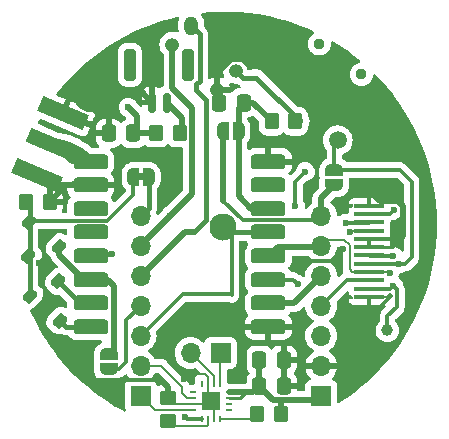
<source format=gbr>
%TF.GenerationSoftware,KiCad,Pcbnew,8.0.1*%
%TF.CreationDate,2024-05-06T20:27:01+02:00*%
%TF.ProjectId,SenseLoraCAM,53656e73-654c-46f7-9261-43414d2e6b69,rev?*%
%TF.SameCoordinates,Original*%
%TF.FileFunction,Copper,L1,Top*%
%TF.FilePolarity,Positive*%
%FSLAX46Y46*%
G04 Gerber Fmt 4.6, Leading zero omitted, Abs format (unit mm)*
G04 Created by KiCad (PCBNEW 8.0.1) date 2024-05-06 20:27:01*
%MOMM*%
%LPD*%
G01*
G04 APERTURE LIST*
G04 Aperture macros list*
%AMRoundRect*
0 Rectangle with rounded corners*
0 $1 Rounding radius*
0 $2 $3 $4 $5 $6 $7 $8 $9 X,Y pos of 4 corners*
0 Add a 4 corners polygon primitive as box body*
4,1,4,$2,$3,$4,$5,$6,$7,$8,$9,$2,$3,0*
0 Add four circle primitives for the rounded corners*
1,1,$1+$1,$2,$3*
1,1,$1+$1,$4,$5*
1,1,$1+$1,$6,$7*
1,1,$1+$1,$8,$9*
0 Add four rect primitives between the rounded corners*
20,1,$1+$1,$2,$3,$4,$5,0*
20,1,$1+$1,$4,$5,$6,$7,0*
20,1,$1+$1,$6,$7,$8,$9,0*
20,1,$1+$1,$8,$9,$2,$3,0*%
%AMRotRect*
0 Rectangle, with rotation*
0 The origin of the aperture is its center*
0 $1 length*
0 $2 width*
0 $3 Rotation angle, in degrees counterclockwise*
0 Add horizontal line*
21,1,$1,$2,0,0,$3*%
%AMFreePoly0*
4,1,19,0.500000,-0.750000,0.000000,-0.750000,0.000000,-0.744911,-0.071157,-0.744911,-0.207708,-0.704816,-0.327430,-0.627875,-0.420627,-0.520320,-0.479746,-0.390866,-0.500000,-0.250000,-0.500000,0.250000,-0.479746,0.390866,-0.420627,0.520320,-0.327430,0.627875,-0.207708,0.704816,-0.071157,0.744911,0.000000,0.744911,0.000000,0.750000,0.500000,0.750000,0.500000,-0.750000,0.500000,-0.750000,
$1*%
%AMFreePoly1*
4,1,19,0.000000,0.744911,0.071157,0.744911,0.207708,0.704816,0.327430,0.627875,0.420627,0.520320,0.479746,0.390866,0.500000,0.250000,0.500000,-0.250000,0.479746,-0.390866,0.420627,-0.520320,0.327430,-0.627875,0.207708,-0.704816,0.071157,-0.744911,0.000000,-0.744911,0.000000,-0.750000,-0.500000,-0.750000,-0.500000,0.750000,0.000000,0.750000,0.000000,0.744911,0.000000,0.744911,
$1*%
G04 Aperture macros list end*
%TA.AperFunction,EtchedComponent*%
%ADD10C,0.000000*%
%TD*%
%TA.AperFunction,SMDPad,CuDef*%
%ADD11RoundRect,0.225000X-0.413405X-0.142639X-0.068685X-0.431894X0.413405X0.142639X0.068685X0.431894X0*%
%TD*%
%TA.AperFunction,SMDPad,CuDef*%
%ADD12RotRect,1.270000X3.600000X247.000000*%
%TD*%
%TA.AperFunction,SMDPad,CuDef*%
%ADD13RotRect,1.350000X4.200000X247.000000*%
%TD*%
%TA.AperFunction,SMDPad,CuDef*%
%ADD14RoundRect,0.250000X-0.337500X-0.475000X0.337500X-0.475000X0.337500X0.475000X-0.337500X0.475000X0*%
%TD*%
%TA.AperFunction,SMDPad,CuDef*%
%ADD15RoundRect,0.150000X0.150000X0.700000X-0.150000X0.700000X-0.150000X-0.700000X0.150000X-0.700000X0*%
%TD*%
%TA.AperFunction,SMDPad,CuDef*%
%ADD16RoundRect,0.250000X0.250000X1.100000X-0.250000X1.100000X-0.250000X-1.100000X0.250000X-1.100000X0*%
%TD*%
%TA.AperFunction,SMDPad,CuDef*%
%ADD17R,2.500000X0.350000*%
%TD*%
%TA.AperFunction,SMDPad,CuDef*%
%ADD18FreePoly0,0.000000*%
%TD*%
%TA.AperFunction,SMDPad,CuDef*%
%ADD19FreePoly1,0.000000*%
%TD*%
%TA.AperFunction,SMDPad,CuDef*%
%ADD20RoundRect,0.250000X-0.350000X-0.450000X0.350000X-0.450000X0.350000X0.450000X-0.350000X0.450000X0*%
%TD*%
%TA.AperFunction,SMDPad,CuDef*%
%ADD21RoundRect,0.250000X-0.450000X0.350000X-0.450000X-0.350000X0.450000X-0.350000X0.450000X0.350000X0*%
%TD*%
%TA.AperFunction,SMDPad,CuDef*%
%ADD22FreePoly0,90.000000*%
%TD*%
%TA.AperFunction,SMDPad,CuDef*%
%ADD23FreePoly1,90.000000*%
%TD*%
%TA.AperFunction,SMDPad,CuDef*%
%ADD24RoundRect,0.250000X0.350000X0.450000X-0.350000X0.450000X-0.350000X-0.450000X0.350000X-0.450000X0*%
%TD*%
%TA.AperFunction,SMDPad,CuDef*%
%ADD25C,1.000000*%
%TD*%
%TA.AperFunction,SMDPad,CuDef*%
%ADD26RoundRect,0.250000X0.337500X0.475000X-0.337500X0.475000X-0.337500X-0.475000X0.337500X-0.475000X0*%
%TD*%
%TA.AperFunction,SMDPad,CuDef*%
%ADD27R,0.250000X0.600000*%
%TD*%
%TA.AperFunction,SMDPad,CuDef*%
%ADD28R,0.600000X0.250000*%
%TD*%
%TA.AperFunction,SMDPad,CuDef*%
%ADD29R,1.500000X1.500000*%
%TD*%
%TA.AperFunction,SMDPad,CuDef*%
%ADD30C,1.500000*%
%TD*%
%TA.AperFunction,SMDPad,CuDef*%
%ADD31RoundRect,0.317500X1.157500X0.317500X-1.157500X0.317500X-1.157500X-0.317500X1.157500X-0.317500X0*%
%TD*%
%TA.AperFunction,ComponentPad*%
%ADD32R,1.700000X1.700000*%
%TD*%
%TA.AperFunction,ComponentPad*%
%ADD33O,1.700000X1.700000*%
%TD*%
%TA.AperFunction,ComponentPad*%
%ADD34C,0.950000*%
%TD*%
%TA.AperFunction,ComponentPad*%
%ADD35O,1.200000X1.600000*%
%TD*%
%TA.AperFunction,ComponentPad*%
%ADD36O,1.200000X1.200000*%
%TD*%
%TA.AperFunction,ViaPad*%
%ADD37C,0.500000*%
%TD*%
%TA.AperFunction,ViaPad*%
%ADD38C,0.600000*%
%TD*%
%TA.AperFunction,ViaPad*%
%ADD39C,3.300000*%
%TD*%
%TA.AperFunction,ViaPad*%
%ADD40C,2.300000*%
%TD*%
%TA.AperFunction,Conductor*%
%ADD41C,0.200000*%
%TD*%
%TA.AperFunction,Conductor*%
%ADD42C,0.500000*%
%TD*%
%TA.AperFunction,Conductor*%
%ADD43C,0.300000*%
%TD*%
%TA.AperFunction,Conductor*%
%ADD44C,0.400000*%
%TD*%
%TA.AperFunction,Conductor*%
%ADD45C,0.250000*%
%TD*%
%TA.AperFunction,Conductor*%
%ADD46C,0.850000*%
%TD*%
G04 APERTURE END LIST*
D10*
%TA.AperFunction,EtchedComponent*%
%TO.C,JP4*%
G36*
X107200000Y-76000000D02*
G01*
X106700000Y-76000000D01*
X106700000Y-75400000D01*
X107200000Y-75400000D01*
X107200000Y-76000000D01*
G37*
%TD.AperFunction*%
%TD*%
D11*
%TO.P,D5,1,K*%
%TO.N,Net-(D3-K)*%
X97472054Y-79478800D03*
%TO.P,D5,2,A*%
%TO.N,/DIO0*%
X100000000Y-81600000D03*
%TD*%
D12*
%TO.P,AE1,1,A*%
%TO.N,Net-(AE1-A)*%
X99032106Y-72817221D03*
D13*
%TO.P,AE1,2,Shield*%
%TO.N,GND*%
X100320022Y-70294942D03*
X98112392Y-75495794D03*
%TD*%
D14*
%TO.P,C2,1*%
%TO.N,+BATT*%
X116962500Y-93400000D03*
%TO.P,C2,2*%
%TO.N,GND*%
X119037500Y-93400000D03*
%TD*%
D15*
%TO.P,J1,1,Pin_1*%
%TO.N,Net-(J1-Pin_1)*%
X109100000Y-69400000D03*
%TO.P,J1,2,Pin_2*%
%TO.N,GND*%
X107850000Y-69400000D03*
D16*
%TO.P,J1,MP*%
%TO.N,N/C*%
X110950000Y-66200000D03*
X106000000Y-66200000D03*
%TD*%
D11*
%TO.P,D4,1,K*%
%TO.N,Net-(D3-K)*%
X97400000Y-82400000D03*
%TO.P,D4,2,A*%
%TO.N,Net-(D4-A)*%
X99927946Y-84521200D03*
%TD*%
D17*
%TO.P,U2,1,GND*%
%TO.N,GND*%
X126275000Y-78150000D03*
%TO.P,U2,2,LEDK*%
%TO.N,/LEDK*%
X126275000Y-78850000D03*
%TO.P,U2,3,LEDA*%
%TO.N,/LED_DIS*%
X126275000Y-79550000D03*
%TO.P,U2,4,VDD*%
%TO.N,+3.3VP*%
X126275000Y-80250000D03*
%TO.P,U2,5,GND*%
%TO.N,GND*%
X126275000Y-80950000D03*
%TO.P,U2,6,GND*%
X126275000Y-81650000D03*
%TO.P,U2,7,D/C*%
%TO.N,/D{slash}C_DIS*%
X126275000Y-82350000D03*
%TO.P,U2,8,~{CS}*%
%TO.N,/CS_DIS*%
X126275000Y-83050000D03*
%TO.P,U2,9,SCK*%
%TO.N,/GPIO07*%
X126275000Y-83750000D03*
%TO.P,U2,10,SDI*%
%TO.N,/GPIO09*%
X126275000Y-84450000D03*
%TO.P,U2,11,~{RESET}*%
%TO.N,/RES_DIS*%
X126275000Y-85150000D03*
%TO.P,U2,12,GND*%
%TO.N,GND*%
X126275000Y-85850000D03*
%TD*%
D18*
%TO.P,JP4,1,A*%
%TO.N,Net-(D3-K)*%
X106300000Y-75700000D03*
D19*
%TO.P,JP4,2,B*%
%TO.N,/GPIO43*%
X107600000Y-75700000D03*
%TD*%
D20*
%TO.P,R5,1*%
%TO.N,Net-(JP3-B)*%
X118000000Y-71000000D03*
%TO.P,R5,2*%
%TO.N,+3.3VP*%
X120000000Y-71000000D03*
%TD*%
D21*
%TO.P,R1,1*%
%TO.N,GND*%
X109200000Y-94400000D03*
%TO.P,R1,2*%
%TO.N,Net-(U3-GAIN)*%
X109200000Y-96400000D03*
%TD*%
D22*
%TO.P,JP6,1,A*%
%TO.N,/GPIO44*%
X123300000Y-76400000D03*
D23*
%TO.P,JP6,2,B*%
%TO.N,/CS_DIS*%
X123300000Y-75100000D03*
%TD*%
D14*
%TO.P,C1,1*%
%TO.N,+BATT*%
X116962500Y-91200000D03*
%TO.P,C1,2*%
%TO.N,GND*%
X119037500Y-91200000D03*
%TD*%
D24*
%TO.P,R8,1*%
%TO.N,Net-(J1-Pin_1)*%
X110200000Y-72000000D03*
%TO.P,R8,2*%
%TO.N,+BATT*%
X108200000Y-72000000D03*
%TD*%
D11*
%TO.P,D3,1,K*%
%TO.N,Net-(D3-K)*%
X97536027Y-85739400D03*
%TO.P,D3,2,A*%
%TO.N,Net-(D3-A)*%
X100063973Y-87860600D03*
%TD*%
D14*
%TO.P,C4,1*%
%TO.N,GND*%
X113562500Y-69400000D03*
%TO.P,C4,2*%
%TO.N,Net-(JP3-B)*%
X115637500Y-69400000D03*
%TD*%
D24*
%TO.P,R4,1*%
%TO.N,+BATT*%
X118800000Y-95800000D03*
%TO.P,R4,2*%
%TO.N,Net-(U3-SD)*%
X116800000Y-95800000D03*
%TD*%
D25*
%TO.P,RES,1,1*%
%TO.N,/RES_DIS*%
X127800000Y-88700000D03*
%TD*%
D26*
%TO.P,C5,1*%
%TO.N,+BATT*%
X106275000Y-72000000D03*
%TO.P,C5,2*%
%TO.N,GND*%
X104200000Y-72000000D03*
%TD*%
D24*
%TO.P,R6,1*%
%TO.N,GND*%
X99200000Y-77800000D03*
%TO.P,R6,2*%
%TO.N,Net-(D3-K)*%
X97200000Y-77800000D03*
%TD*%
D22*
%TO.P,JP5,1,A*%
%TO.N,/AUDIO_DIN*%
X104200000Y-92000000D03*
D23*
%TO.P,JP5,2,B*%
%TO.N,/DIO0*%
X104200000Y-90700000D03*
%TD*%
D18*
%TO.P,JP3,1,A*%
%TO.N,/GPIO44*%
X113900000Y-71800000D03*
D19*
%TO.P,JP3,2,B*%
%TO.N,Net-(JP3-B)*%
X115200000Y-71800000D03*
%TD*%
D27*
%TO.P,U3,1,DIN*%
%TO.N,/AUDIO_DIN*%
X112101000Y-96200000D03*
%TO.P,U3,2,GAIN*%
%TO.N,Net-(U3-GAIN)*%
X112600000Y-96200000D03*
%TO.P,U3,3,GND*%
%TO.N,GND*%
X113101000Y-96200000D03*
%TO.P,U3,4,SD*%
%TO.N,Net-(U3-SD)*%
X113600000Y-96200000D03*
D28*
%TO.P,U3,5,N.C.*%
%TO.N,unconnected-(U3-N.C.-Pad5)*%
X114349000Y-95448000D03*
%TO.P,U3,6,N.C.*%
%TO.N,unconnected-(U3-N.C.-Pad6)*%
X114349000Y-94948000D03*
%TO.P,U3,7,VDD*%
%TO.N,+BATT*%
X114349000Y-94448000D03*
%TO.P,U3,8,VDD*%
X114349000Y-93948000D03*
D27*
%TO.P,U3,9,OUTP*%
%TO.N,Net-(J2-Pin_1)*%
X113599000Y-93200000D03*
%TO.P,U3,10,OUTN*%
%TO.N,Net-(J2-Pin_2)*%
X113099000Y-93200000D03*
%TO.P,U3,11,GND*%
%TO.N,GND*%
X112599000Y-93200000D03*
%TO.P,U3,12,N.C.*%
%TO.N,unconnected-(U3-N.C.-Pad12)*%
X112101000Y-93200000D03*
D28*
%TO.P,U3,13,N.C.*%
%TO.N,unconnected-(U3-N.C.-Pad13)*%
X111349000Y-93948000D03*
%TO.P,U3,14,LRCLK*%
%TO.N,/AUDIO_LRC*%
X111349000Y-94448000D03*
%TO.P,U3,15,GND*%
%TO.N,GND*%
X111349000Y-94948000D03*
%TO.P,U3,16,BCLK*%
%TO.N,/AUDIO_BCLK*%
X111349000Y-95448000D03*
D29*
%TO.P,U3,17,GND*%
%TO.N,GND*%
X112849000Y-94700000D03*
%TD*%
D30*
%TO.P,CS,1,1*%
%TO.N,/CS_DIS*%
X123600000Y-72587500D03*
%TD*%
D31*
%TO.P,U1,1,GND*%
%TO.N,GND*%
X117725000Y-88400000D03*
%TO.P,U1,2,MISO*%
%TO.N,/GPIO08*%
X117725000Y-86400000D03*
%TO.P,U1,3,MOSI*%
%TO.N,/GPIO09*%
X117725000Y-84400000D03*
%TO.P,U1,4,SCK*%
%TO.N,/GPIO07*%
X117725000Y-82400000D03*
%TO.P,U1,5,NSS*%
%TO.N,/GPIO03*%
X117725000Y-80400000D03*
%TO.P,U1,6,RESET*%
%TO.N,Net-(JP3-B)*%
X117725000Y-78400000D03*
%TO.P,U1,7,DIO5*%
%TO.N,unconnected-(U1-DIO5-Pad7)*%
X117725000Y-76400000D03*
%TO.P,U1,8,GND*%
%TO.N,GND*%
X117725000Y-74400000D03*
%TO.P,U1,9,ANT*%
%TO.N,Net-(AE1-A)*%
X102675000Y-74400000D03*
%TO.P,U1,10,GND*%
%TO.N,GND*%
X102675000Y-76400000D03*
%TO.P,U1,11,DIO3*%
%TO.N,unconnected-(U1-DIO3-Pad11)*%
X102675000Y-78400000D03*
%TO.P,U1,12,DIO4*%
%TO.N,unconnected-(U1-DIO4-Pad12)*%
X102675000Y-80400000D03*
%TO.P,U1,13,3.3V*%
%TO.N,+3.3VP*%
X102675000Y-82400000D03*
%TO.P,U1,14,DIO0*%
%TO.N,/DIO0*%
X102675000Y-84400000D03*
%TO.P,U1,15,DIO1*%
%TO.N,Net-(D4-A)*%
X102675000Y-86400000D03*
%TO.P,U1,16,DIO2*%
%TO.N,Net-(D3-A)*%
X102675000Y-88400000D03*
%TD*%
D32*
%TO.P,J3,1,Pin_1*%
%TO.N,+BATT*%
X122200000Y-94240000D03*
D33*
%TO.P,J3,2,Pin_2*%
%TO.N,GND*%
X122200000Y-91700000D03*
%TO.P,J3,3,Pin_3*%
%TO.N,+3.3VP*%
X122200000Y-89160000D03*
%TO.P,J3,4,Pin_4*%
%TO.N,/GPIO09*%
X122200000Y-86620000D03*
%TO.P,J3,5,Pin_5*%
%TO.N,/GPIO08*%
X122200000Y-84080000D03*
%TO.P,J3,6,Pin_6*%
%TO.N,/GPIO07*%
X122200000Y-81540000D03*
%TO.P,J3,7,Pin_7*%
%TO.N,/GPIO44*%
X122200000Y-79000000D03*
%TD*%
D32*
%TO.P,J2,1,Pin_1*%
%TO.N,Net-(J2-Pin_1)*%
X113675000Y-90600000D03*
D33*
%TO.P,J2,2,Pin_2*%
%TO.N,Net-(J2-Pin_2)*%
X111135000Y-90600000D03*
%TD*%
D34*
%TO.P,SW2,SH*%
%TO.N,N/C*%
X122036353Y-64432289D03*
X125596029Y-67018545D03*
%TD*%
D32*
%TO.P,J4,1,Pin_1*%
%TO.N,/AUDIO_BCLK*%
X106900000Y-94240000D03*
D33*
%TO.P,J4,2,Pin_2*%
%TO.N,/AUDIO_LRC*%
X106900000Y-91700000D03*
%TO.P,J4,3,Pin_3*%
%TO.N,/GPIO03*%
X106900000Y-89160000D03*
%TO.P,J4,4,Pin_4*%
%TO.N,/AUDIO_DIN*%
X106900000Y-86620000D03*
%TO.P,J4,5,Pin_5*%
%TO.N,/GPIO05*%
X106900000Y-84080000D03*
%TO.P,J4,6,Pin_6*%
%TO.N,/GPIO06*%
X106900000Y-81540000D03*
%TO.P,J4,7,Pin_7*%
%TO.N,/GPIO43*%
X106900000Y-79000000D03*
%TD*%
D35*
%TO.P,Ur1,1,SDA*%
%TO.N,/GPIO05*%
X111200000Y-62900000D03*
D36*
%TO.P,Ur1,2,VDD*%
%TO.N,+3.3VP*%
X115000000Y-66700000D03*
%TO.P,Ur1,3,GND*%
%TO.N,GND*%
X113400000Y-68300000D03*
%TO.P,Ur1,4,SCL*%
%TO.N,/GPIO06*%
X109600000Y-64500000D03*
%TD*%
D37*
%TO.N,GND*%
X98200000Y-75600000D03*
D38*
X125800000Y-87200000D03*
D37*
X124100000Y-78300000D03*
D38*
X122000000Y-71200000D03*
X124000000Y-81800000D03*
X122400000Y-69800000D03*
X105000000Y-74000000D03*
D39*
X102800000Y-68600000D03*
D37*
X117000000Y-74200000D03*
X102700000Y-92900000D03*
X109000000Y-89800000D03*
D38*
X98300000Y-83000000D03*
X128740380Y-81059620D03*
D39*
X125600000Y-90600000D03*
D38*
X120400000Y-83350000D03*
X125500000Y-73800000D03*
X110600000Y-92800000D03*
X102700000Y-76200000D03*
X128400000Y-79600000D03*
X117725000Y-88400000D03*
X116200000Y-66400000D03*
X126200000Y-76800000D03*
D37*
X100400000Y-70200000D03*
D38*
X118200000Y-72600000D03*
D37*
X128000000Y-85800000D03*
D38*
X115700000Y-81600000D03*
X128300000Y-72800000D03*
%TO.N,+3.3VP*%
X120400000Y-71000000D03*
X104500000Y-82200000D03*
X124615136Y-80335318D03*
%TO.N,+BATT*%
X105850000Y-69800000D03*
%TO.N,/GPIO07*%
X128000000Y-83800000D03*
%TO.N,/GPIO09*%
X120200000Y-84800000D03*
%TO.N,/LEDK*%
X128387500Y-78487500D03*
%TO.N,/AUDIO_DIN*%
X110656786Y-96048000D03*
D40*
%TO.N,/GPIO03*%
X113900000Y-79900000D03*
D38*
%TO.N,/GPIO06*%
X109400000Y-79000000D03*
%TO.N,/GPIO05*%
X111450000Y-80330000D03*
%TO.N,/GPIO43*%
X120850000Y-75250000D03*
X120000000Y-78200000D03*
%TO.N,/D{slash}C_DIS*%
X128300000Y-82400000D03*
%TO.N,/LED_DIS*%
X124300000Y-79600000D03*
%TO.N,/RES_DIS*%
X128300000Y-84900000D03*
%TO.N,/CS_DIS*%
X128800000Y-83050000D03*
%TD*%
D41*
%TO.N,GND*%
X111349000Y-94948000D02*
X112601000Y-94948000D01*
D42*
X100600000Y-76400000D02*
X100100000Y-76900000D01*
D43*
X128630760Y-80950000D02*
X128740380Y-81059620D01*
D44*
X113400000Y-68300000D02*
X113400000Y-69237500D01*
D41*
X112599000Y-92673000D02*
X112326000Y-92400000D01*
D42*
X102952684Y-68447316D02*
X102800000Y-68600000D01*
D41*
X113101000Y-96200000D02*
X113101000Y-94952000D01*
D43*
X128740380Y-81059620D02*
X128740380Y-79940380D01*
X120400000Y-83350000D02*
X120950000Y-82800000D01*
D42*
X129137500Y-80662500D02*
X128740380Y-81059620D01*
X129137500Y-79400000D02*
X129137500Y-80662500D01*
D44*
X115500000Y-65700000D02*
X116200000Y-66400000D01*
X113400000Y-68300000D02*
X113400000Y-66885786D01*
D41*
X126275000Y-78150000D02*
X126275000Y-76875000D01*
D42*
X98112392Y-75495794D02*
X99200000Y-76583402D01*
D43*
X120950000Y-82800000D02*
X123000000Y-82800000D01*
D41*
X112599000Y-93200000D02*
X112599000Y-94450000D01*
X110600000Y-92800000D02*
X110400000Y-92600000D01*
X100000000Y-76200000D02*
X99975000Y-76225000D01*
D43*
X109200000Y-93600000D02*
X109200000Y-94400000D01*
D41*
X112599000Y-93200000D02*
X112599000Y-92673000D01*
X126275000Y-76875000D02*
X126200000Y-76800000D01*
D43*
X126700000Y-87200000D02*
X125800000Y-87200000D01*
D41*
X110400000Y-92234314D02*
X109000000Y-90834315D01*
D42*
X106897316Y-68447316D02*
X102952684Y-68447316D01*
D43*
X102700000Y-92900000D02*
X108500000Y-92900000D01*
D41*
X109000000Y-90834315D02*
X109000000Y-89800000D01*
D42*
X129137500Y-78176839D02*
X129137500Y-79400000D01*
D43*
X128000000Y-85900000D02*
X126700000Y-87200000D01*
D42*
X128698161Y-77737500D02*
X129137500Y-78176839D01*
X102675000Y-76400000D02*
X100295338Y-76400000D01*
D43*
X123000000Y-82800000D02*
X124000000Y-81800000D01*
D41*
X110400000Y-92600000D02*
X110400000Y-92234314D01*
X112601000Y-94948000D02*
X112849000Y-94700000D01*
D42*
X107850000Y-69400000D02*
X106897316Y-68447316D01*
D45*
X126275000Y-81650000D02*
X128150000Y-81650000D01*
D43*
X126275000Y-80950000D02*
X128630760Y-80950000D01*
X128000000Y-85800000D02*
X128000000Y-85900000D01*
D42*
X99200000Y-76583402D02*
X99200000Y-77800000D01*
D41*
X111349000Y-94948000D02*
X109748000Y-94948000D01*
D42*
X100100000Y-76900000D02*
X99200000Y-77800000D01*
X127137500Y-77737500D02*
X128698161Y-77737500D01*
D41*
X126275000Y-85850000D02*
X127950000Y-85850000D01*
D43*
X108500000Y-92900000D02*
X109200000Y-93600000D01*
D41*
X127950000Y-85850000D02*
X128000000Y-85800000D01*
D44*
X114585786Y-65700000D02*
X115500000Y-65700000D01*
D41*
X111000000Y-92400000D02*
X110600000Y-92800000D01*
D42*
X126200000Y-76800000D02*
X127137500Y-77737500D01*
X102700000Y-76200000D02*
X100600000Y-76400000D01*
D43*
X128400000Y-79600000D02*
X128937500Y-79600000D01*
X128937500Y-79600000D02*
X129137500Y-79400000D01*
D41*
X109748000Y-94948000D02*
X109200000Y-94400000D01*
D44*
X113400000Y-66885786D02*
X114585786Y-65700000D01*
X113400000Y-69237500D02*
X113562500Y-69400000D01*
D42*
X102675000Y-76400000D02*
X102700000Y-76200000D01*
D41*
X112326000Y-92400000D02*
X111000000Y-92400000D01*
D45*
X128150000Y-81650000D02*
X128740380Y-81059620D01*
D42*
X100295338Y-76400000D02*
G75*
G02*
X98112384Y-75495802I-38J3087100D01*
G01*
D43*
X128740380Y-79940380D02*
G75*
G03*
X128400000Y-79600020I-340380J-20D01*
G01*
D41*
%TO.N,+3.3VP*%
X124700454Y-80250000D02*
X124615136Y-80335318D01*
D44*
X115000000Y-66700000D02*
X115600000Y-67300000D01*
X115600000Y-67300000D02*
X116700000Y-67300000D01*
X116700000Y-67300000D02*
X120400000Y-71000000D01*
X102875000Y-82200000D02*
X102675000Y-82400000D01*
X104500000Y-82200000D02*
X102875000Y-82200000D01*
D41*
X126275000Y-80250000D02*
X124700454Y-80250000D01*
D42*
%TO.N,+BATT*%
X118137500Y-94575000D02*
X116962500Y-93400000D01*
X118800000Y-94575000D02*
X118137500Y-94575000D01*
X106600000Y-70550000D02*
X105850000Y-69800000D01*
D45*
X114349000Y-94448000D02*
X115300000Y-94448000D01*
D42*
X106600000Y-72000000D02*
X106600000Y-70550000D01*
X121865000Y-94575000D02*
X118800000Y-94575000D01*
X115800000Y-93948000D02*
X116414500Y-93948000D01*
X116962500Y-91200000D02*
X116962500Y-93400000D01*
X114349000Y-93948000D02*
X115800000Y-93948000D01*
X106275000Y-72000000D02*
X108200000Y-72000000D01*
D45*
X115300000Y-94448000D02*
X115800000Y-93948000D01*
D42*
X116414500Y-93948000D02*
X116962500Y-93400000D01*
X118800000Y-95800000D02*
X118800000Y-94575000D01*
%TO.N,/GPIO07*%
X122140000Y-81600000D02*
X122200000Y-81540000D01*
D41*
X122740000Y-81000000D02*
X122200000Y-81540000D01*
X124600000Y-81500000D02*
X124100000Y-81000000D01*
X127950000Y-83750000D02*
X128000000Y-83800000D01*
X124825000Y-83750000D02*
X124600000Y-83525000D01*
D42*
X117725000Y-82400000D02*
X118525000Y-81600000D01*
D41*
X126275000Y-83750000D02*
X127950000Y-83750000D01*
X124100000Y-81000000D02*
X122740000Y-81000000D01*
X126275000Y-83750000D02*
X124825000Y-83750000D01*
X124600000Y-83525000D02*
X124600000Y-81500000D01*
D42*
X118525000Y-81600000D02*
X122140000Y-81600000D01*
D43*
%TO.N,/GPIO09*%
X117725000Y-84400000D02*
X119800000Y-84400000D01*
X119800000Y-84400000D02*
X120200000Y-84800000D01*
X122200000Y-86620000D02*
X124370000Y-84450000D01*
X124370000Y-84450000D02*
X126275000Y-84450000D01*
D42*
%TO.N,/GPIO08*%
X119880000Y-86400000D02*
X117725000Y-86400000D01*
X122200000Y-84080000D02*
X119880000Y-86400000D01*
D43*
%TO.N,/LEDK*%
X126275000Y-78850000D02*
X128025000Y-78850000D01*
X128025000Y-78850000D02*
X128387500Y-78487500D01*
D41*
%TO.N,Net-(J2-Pin_1)*%
X113599000Y-93200000D02*
X113599000Y-90676000D01*
%TO.N,Net-(J2-Pin_2)*%
X111135000Y-90600000D02*
X113099000Y-92564000D01*
X113099000Y-92564000D02*
X113099000Y-93200000D01*
%TO.N,Net-(U3-GAIN)*%
X112526000Y-96800000D02*
X112600000Y-96726000D01*
X112600000Y-96726000D02*
X112600000Y-96200000D01*
X109600000Y-96800000D02*
X112526000Y-96800000D01*
%TO.N,Net-(U3-SD)*%
X113600000Y-96200000D02*
X116400000Y-96200000D01*
%TO.N,/AUDIO_LRC*%
X110400000Y-94024000D02*
X110400000Y-93448529D01*
X108651471Y-91700000D02*
X106900000Y-91700000D01*
X110400000Y-93448529D02*
X108651471Y-91700000D01*
X110824000Y-94448000D02*
X110400000Y-94024000D01*
X111349000Y-94448000D02*
X110824000Y-94448000D01*
D43*
%TO.N,/AUDIO_DIN*%
X106900000Y-86620000D02*
X105700000Y-87820000D01*
X110808786Y-96200000D02*
X112101000Y-96200000D01*
X105100000Y-92000000D02*
X104200000Y-92000000D01*
X105700000Y-91400000D02*
X105100000Y-92000000D01*
X110656786Y-96048000D02*
X110808786Y-96200000D01*
X105700000Y-87820000D02*
X105700000Y-91400000D01*
D41*
%TO.N,/AUDIO_BCLK*%
X108108000Y-95448000D02*
X106900000Y-94240000D01*
X111349000Y-95448000D02*
X108108000Y-95448000D01*
D44*
%TO.N,/GPIO03*%
X114400000Y-80400000D02*
X113900000Y-79900000D01*
D43*
X114603006Y-80603006D02*
X113900000Y-79900000D01*
X110460000Y-85600000D02*
X114506012Y-85600000D01*
X114603006Y-85696994D02*
X114603006Y-80603006D01*
X106900000Y-89160000D02*
X110460000Y-85600000D01*
D44*
X117725000Y-80400000D02*
X114400000Y-80400000D01*
D43*
X114506012Y-85600000D02*
X114603006Y-85696994D01*
D42*
%TO.N,/GPIO06*%
X109400000Y-79000000D02*
X111250000Y-77150000D01*
X109600000Y-68197316D02*
X109600000Y-64500000D01*
X111250000Y-69847316D02*
X109600000Y-68197316D01*
X106900000Y-81540000D02*
X106900000Y-81500000D01*
X111250000Y-77150000D02*
X111250000Y-69847316D01*
X106900000Y-81500000D02*
X109400000Y-79000000D01*
%TO.N,/GPIO05*%
X106900000Y-84080000D02*
X110650000Y-80330000D01*
D44*
X111900000Y-63600000D02*
X111200000Y-62900000D01*
X112400000Y-79380000D02*
X112400000Y-69156738D01*
X111900000Y-67543262D02*
X111900000Y-63600000D01*
X111450000Y-80330000D02*
X112400000Y-79380000D01*
X111612500Y-68369238D02*
X111612500Y-67830762D01*
D42*
X110650000Y-80330000D02*
X111450000Y-80330000D01*
D44*
X112400000Y-69156738D02*
X111612500Y-68369238D01*
X111612500Y-67830762D02*
X111900000Y-67543262D01*
%TO.N,/GPIO43*%
X106900000Y-79000000D02*
X107600000Y-78300000D01*
X107600000Y-78300000D02*
X107600000Y-75700000D01*
D43*
X120000000Y-76100000D02*
X120850000Y-75250000D01*
X120000000Y-78200000D02*
X120000000Y-76100000D01*
D44*
%TO.N,Net-(D3-A)*%
X102675000Y-88400000D02*
X100603373Y-88400000D01*
X100603373Y-88400000D02*
X100063973Y-87860600D01*
%TO.N,Net-(D4-A)*%
X102675000Y-86400000D02*
X101806746Y-86400000D01*
X101806746Y-86400000D02*
X99927946Y-84521200D01*
D42*
%TO.N,/DIO0*%
X102114590Y-84400000D02*
X100000000Y-82285410D01*
X104659496Y-84909496D02*
X104150000Y-84400000D01*
X104150000Y-84400000D02*
X102675000Y-84400000D01*
X102675000Y-84400000D02*
X102114590Y-84400000D01*
X104200000Y-90700000D02*
X104659496Y-90240504D01*
X100000000Y-82285410D02*
X100000000Y-81600000D01*
X104659496Y-90240504D02*
X104659496Y-84909496D01*
D43*
%TO.N,/GPIO44*%
X115900000Y-79385000D02*
X115585000Y-79385000D01*
D42*
X113900000Y-71800000D02*
X113900000Y-77700000D01*
X122200000Y-79000000D02*
X122200000Y-77500000D01*
D43*
X115585000Y-79385000D02*
X113900000Y-77700000D01*
X121815000Y-79385000D02*
X115900000Y-79385000D01*
X122200000Y-79000000D02*
X121815000Y-79385000D01*
D42*
X122200000Y-77500000D02*
X123300000Y-76400000D01*
%TO.N,Net-(JP3-B)*%
X115200000Y-69837500D02*
X115637500Y-69400000D01*
X115637500Y-69400000D02*
X116400000Y-69400000D01*
X116400000Y-69400000D02*
X118000000Y-71000000D01*
X117725000Y-78400000D02*
X116250000Y-78400000D01*
X115200000Y-77350000D02*
X115200000Y-71800000D01*
X115200000Y-71800000D02*
X115200000Y-69837500D01*
X116250000Y-78400000D02*
X115200000Y-77350000D01*
D46*
%TO.N,Net-(AE1-A)*%
X102548943Y-74273942D02*
X102675000Y-74400000D01*
X100412949Y-73389185D02*
X101200000Y-74176236D01*
X99032106Y-72817221D02*
G75*
G02*
X102548944Y-74273941I-6J-4973579D01*
G01*
X99032106Y-72817221D02*
G75*
G02*
X100412940Y-73389194I-6J-1952779D01*
G01*
D43*
%TO.N,Net-(D3-K)*%
X106300000Y-75700000D02*
X106300000Y-77193988D01*
X106300000Y-77193988D02*
X104078988Y-79415000D01*
D44*
X97536027Y-78136027D02*
X97200000Y-77800000D01*
D43*
X104078988Y-79415000D02*
X97535854Y-79415000D01*
X97535854Y-79415000D02*
X97472054Y-79478800D01*
D44*
X97536027Y-85739400D02*
X97536027Y-78136027D01*
D42*
%TO.N,Net-(J1-Pin_1)*%
X109100000Y-69400000D02*
X110400000Y-70700000D01*
X110400000Y-70700000D02*
X110400000Y-71800000D01*
X110400000Y-71800000D02*
X110200000Y-72000000D01*
D43*
%TO.N,/D{slash}C_DIS*%
X126325000Y-82400000D02*
X126275000Y-82350000D01*
X128300000Y-82400000D02*
X126325000Y-82400000D01*
%TO.N,/LED_DIS*%
X124300000Y-79600000D02*
X126225000Y-79600000D01*
X126225000Y-79600000D02*
X126275000Y-79550000D01*
%TO.N,/RES_DIS*%
X128050000Y-85150000D02*
X126275000Y-85150000D01*
X127800000Y-87500000D02*
X127800000Y-88700000D01*
X128300000Y-84900000D02*
X128600000Y-85200000D01*
X128300000Y-84900000D02*
X128050000Y-85150000D01*
X128600000Y-86700000D02*
X127800000Y-87500000D01*
X128600000Y-85200000D02*
X128600000Y-86700000D01*
%TO.N,/CS_DIS*%
X129850000Y-76100000D02*
X129850000Y-82469239D01*
X129269239Y-83050000D02*
X128800000Y-83050000D01*
X123300000Y-75100000D02*
X128850000Y-75100000D01*
X129850000Y-82469239D02*
X129269239Y-83050000D01*
X123300000Y-72887500D02*
X123600000Y-72587500D01*
X123300000Y-75100000D02*
X123300000Y-72887500D01*
X128800000Y-83050000D02*
X126275000Y-83050000D01*
X128850000Y-75100000D02*
X129850000Y-76100000D01*
%TD*%
%TA.AperFunction,Conductor*%
%TO.N,GND*%
G36*
X100642539Y-80085185D02*
G01*
X100688294Y-80137989D01*
X100699500Y-80189500D01*
X100699500Y-80484431D01*
X100679815Y-80551470D01*
X100627011Y-80597225D01*
X100557853Y-80607169D01*
X100501405Y-80581998D01*
X100500517Y-80583174D01*
X100497996Y-80581268D01*
X100415354Y-80525173D01*
X100415352Y-80525172D01*
X100355778Y-80501505D01*
X100257738Y-80462556D01*
X100089930Y-80437976D01*
X100089925Y-80437975D01*
X99920978Y-80452757D01*
X99920974Y-80452758D01*
X99759991Y-80506101D01*
X99615638Y-80595139D01*
X99544004Y-80664720D01*
X99543989Y-80664737D01*
X98999764Y-81313317D01*
X98999761Y-81313321D01*
X98943661Y-81395973D01*
X98881044Y-81553585D01*
X98856465Y-81721392D01*
X98856464Y-81721400D01*
X98871245Y-81890345D01*
X98924591Y-82051334D01*
X98924593Y-82051339D01*
X99013628Y-82195687D01*
X99043544Y-82226485D01*
X99083218Y-82267329D01*
X99227443Y-82388347D01*
X99266146Y-82446518D01*
X99269355Y-82459145D01*
X99278340Y-82504317D01*
X99278343Y-82504327D01*
X99334914Y-82640902D01*
X99334915Y-82640904D01*
X99334916Y-82640905D01*
X99365494Y-82686669D01*
X99367812Y-82690137D01*
X99367813Y-82690140D01*
X99417046Y-82763824D01*
X99417052Y-82763831D01*
X99840659Y-83187438D01*
X99874144Y-83248761D01*
X99869160Y-83318453D01*
X99827288Y-83374386D01*
X99791981Y-83392825D01*
X99687937Y-83427301D01*
X99543584Y-83516339D01*
X99471950Y-83585920D01*
X99471935Y-83585937D01*
X98927710Y-84234517D01*
X98927707Y-84234521D01*
X98871607Y-84317173D01*
X98808990Y-84474785D01*
X98784411Y-84642592D01*
X98784410Y-84642600D01*
X98799191Y-84811545D01*
X98852537Y-84972534D01*
X98852539Y-84972539D01*
X98941574Y-85116887D01*
X99011166Y-85188531D01*
X99011168Y-85188533D01*
X99129787Y-85288065D01*
X99429953Y-85539933D01*
X99512594Y-85596028D01*
X99670209Y-85658644D01*
X99838016Y-85683224D01*
X99838018Y-85683223D01*
X99838020Y-85683224D01*
X100014163Y-85667813D01*
X100014300Y-85669389D01*
X100075409Y-85674407D01*
X100118535Y-85702445D01*
X100663181Y-86247091D01*
X100696666Y-86308414D01*
X100699500Y-86334772D01*
X100699500Y-86701185D01*
X100679815Y-86768224D01*
X100627011Y-86813979D01*
X100557853Y-86823923D01*
X100505860Y-86803782D01*
X100479330Y-86785774D01*
X100321711Y-86723156D01*
X100153903Y-86698576D01*
X100153898Y-86698575D01*
X99984951Y-86713357D01*
X99984947Y-86713358D01*
X99823964Y-86766701D01*
X99679611Y-86855739D01*
X99607977Y-86925320D01*
X99607962Y-86925337D01*
X99063737Y-87573917D01*
X99063734Y-87573921D01*
X99007634Y-87656573D01*
X98945017Y-87814185D01*
X98920438Y-87981992D01*
X98920437Y-87982000D01*
X98935218Y-88150945D01*
X98988564Y-88311934D01*
X98988566Y-88311939D01*
X99077601Y-88456287D01*
X99147193Y-88527931D01*
X99147195Y-88527933D01*
X99292670Y-88650000D01*
X99565980Y-88879333D01*
X99648621Y-88935428D01*
X99806236Y-88998044D01*
X99974043Y-89022624D01*
X99974045Y-89022623D01*
X99974047Y-89022624D01*
X100109205Y-89010798D01*
X100142996Y-89007842D01*
X100158483Y-89002709D01*
X100228312Y-89000307D01*
X100266377Y-89017311D01*
X100271562Y-89020775D01*
X100271564Y-89020776D01*
X100271566Y-89020777D01*
X100399040Y-89073578D01*
X100399045Y-89073580D01*
X100399049Y-89073580D01*
X100399050Y-89073581D01*
X100534376Y-89100500D01*
X100534379Y-89100500D01*
X100534380Y-89100500D01*
X100723545Y-89100500D01*
X100790584Y-89120185D01*
X100828538Y-89158527D01*
X100873912Y-89230738D01*
X100873913Y-89230740D01*
X100873915Y-89230742D01*
X101004258Y-89361085D01*
X101160337Y-89459156D01*
X101292559Y-89505422D01*
X101334328Y-89520038D01*
X101422090Y-89529925D01*
X101471557Y-89535499D01*
X101471558Y-89535500D01*
X103509409Y-89535500D01*
X103576448Y-89555185D01*
X103622203Y-89607989D01*
X103632147Y-89677147D01*
X103603122Y-89740703D01*
X103560921Y-89772294D01*
X103466918Y-89815223D01*
X103466908Y-89815228D01*
X103466906Y-89815230D01*
X103433253Y-89836857D01*
X103345867Y-89893015D01*
X103345863Y-89893018D01*
X103237226Y-89987152D01*
X103237207Y-89987169D01*
X103237206Y-89987171D01*
X103142985Y-90095909D01*
X103142983Y-90095911D01*
X103142983Y-90095912D01*
X103142981Y-90095915D01*
X103065255Y-90216857D01*
X103065252Y-90216863D01*
X103005483Y-90347741D01*
X102964977Y-90485691D01*
X102964974Y-90485703D01*
X102944500Y-90628110D01*
X102944500Y-91200002D01*
X102949644Y-91271939D01*
X102960603Y-91309262D01*
X102964363Y-91361841D01*
X102944500Y-91499998D01*
X102944500Y-92071889D01*
X102964974Y-92214296D01*
X102964976Y-92214304D01*
X103005483Y-92352259D01*
X103021660Y-92387681D01*
X103065252Y-92483136D01*
X103065253Y-92483138D01*
X103139376Y-92598476D01*
X103140196Y-92599917D01*
X103142988Y-92604098D01*
X103237207Y-92712830D01*
X103237210Y-92712833D01*
X103345864Y-92806981D01*
X103345867Y-92806984D01*
X103345869Y-92806985D01*
X103345870Y-92806986D01*
X103466906Y-92884770D01*
X103466914Y-92884774D01*
X103466923Y-92884779D01*
X103591642Y-92941736D01*
X103595941Y-92943985D01*
X103603505Y-92946206D01*
X103735744Y-92985035D01*
X103735745Y-92985035D01*
X103735748Y-92985036D01*
X103778183Y-92991136D01*
X103878059Y-93005497D01*
X103934399Y-93005497D01*
X103934409Y-93005500D01*
X103985764Y-93005500D01*
X104465573Y-93005500D01*
X104465601Y-93005497D01*
X104521940Y-93005497D01*
X104521941Y-93005497D01*
X104655479Y-92986297D01*
X104655481Y-92986297D01*
X104661612Y-92985415D01*
X104664256Y-92985035D01*
X104664257Y-92985035D01*
X104802309Y-92944498D01*
X104933094Y-92884770D01*
X105054130Y-92806986D01*
X105162791Y-92712832D01*
X105162794Y-92712829D01*
X105199949Y-92669947D01*
X105258723Y-92632174D01*
X105269459Y-92629535D01*
X105289744Y-92625501D01*
X105408127Y-92576465D01*
X105412111Y-92573803D01*
X105415708Y-92571400D01*
X105459032Y-92542452D01*
X105514669Y-92505277D01*
X105586938Y-92433007D01*
X105648259Y-92399522D01*
X105717951Y-92404506D01*
X105773885Y-92446376D01*
X105776186Y-92449552D01*
X105841235Y-92542452D01*
X105861505Y-92571401D01*
X105983430Y-92693326D01*
X106016915Y-92754649D01*
X106011931Y-92824341D01*
X105970059Y-92880274D01*
X105939083Y-92897189D01*
X105807669Y-92946203D01*
X105807664Y-92946206D01*
X105692455Y-93032452D01*
X105692452Y-93032455D01*
X105606206Y-93147664D01*
X105606202Y-93147671D01*
X105555908Y-93282517D01*
X105549501Y-93342116D01*
X105549501Y-93342123D01*
X105549500Y-93342135D01*
X105549500Y-95137870D01*
X105549501Y-95137876D01*
X105555908Y-95197483D01*
X105606202Y-95332328D01*
X105606204Y-95332331D01*
X105633600Y-95368927D01*
X105658018Y-95434391D01*
X105643167Y-95502665D01*
X105593762Y-95552070D01*
X105525489Y-95566923D01*
X105473175Y-95551107D01*
X104850384Y-95198000D01*
X104760246Y-95146893D01*
X104755275Y-95143919D01*
X104046360Y-94696820D01*
X104041524Y-94693609D01*
X103937356Y-94620872D01*
X103354378Y-94213796D01*
X103349692Y-94210358D01*
X103077302Y-94000499D01*
X102685784Y-93698859D01*
X102681267Y-93695208D01*
X102364555Y-93426631D01*
X102042053Y-93153143D01*
X102037736Y-93149306D01*
X101424616Y-92577860D01*
X101420463Y-92573803D01*
X101389841Y-92542455D01*
X100867245Y-92007460D01*
X100834834Y-91974280D01*
X100830886Y-91970045D01*
X100273952Y-91343677D01*
X100270218Y-91339272D01*
X100269474Y-91338352D01*
X99862845Y-90835403D01*
X99743301Y-90687542D01*
X99739753Y-90682937D01*
X99588649Y-90476998D01*
X99243950Y-90007209D01*
X99240643Y-90002474D01*
X98777045Y-89304228D01*
X98773952Y-89299324D01*
X98753375Y-89264937D01*
X98343601Y-88580133D01*
X98340738Y-88575081D01*
X98302540Y-88503868D01*
X97944590Y-87836547D01*
X97941968Y-87831371D01*
X97933764Y-87814188D01*
X97580845Y-87075021D01*
X97578481Y-87069757D01*
X97567352Y-87043328D01*
X97559479Y-86973904D01*
X97590388Y-86911244D01*
X97642629Y-86877503D01*
X97776039Y-86833297D01*
X97920386Y-86744262D01*
X97992031Y-86674671D01*
X98396842Y-86192236D01*
X98536262Y-86026082D01*
X98536265Y-86026078D01*
X98536267Y-86026074D01*
X98536272Y-86026069D01*
X98592366Y-85943427D01*
X98654983Y-85785812D01*
X98679562Y-85618005D01*
X98679561Y-85618001D01*
X98679562Y-85617999D01*
X98664781Y-85449054D01*
X98664781Y-85449053D01*
X98611435Y-85288063D01*
X98522401Y-85143716D01*
X98522399Y-85143714D01*
X98522398Y-85143712D01*
X98452809Y-85072071D01*
X98280821Y-84927756D01*
X98242119Y-84869584D01*
X98236527Y-84832766D01*
X98236527Y-82926912D01*
X98256212Y-82859873D01*
X98265538Y-82847206D01*
X98280131Y-82829815D01*
X98400245Y-82686669D01*
X98456339Y-82604027D01*
X98518956Y-82446412D01*
X98543535Y-82278605D01*
X98543534Y-82278601D01*
X98543535Y-82278599D01*
X98528754Y-82109654D01*
X98528754Y-82109653D01*
X98475408Y-81948663D01*
X98386374Y-81804316D01*
X98386372Y-81804314D01*
X98386371Y-81804312D01*
X98316779Y-81732668D01*
X98316775Y-81732664D01*
X98280821Y-81702495D01*
X98242119Y-81644324D01*
X98236527Y-81607506D01*
X98236527Y-80189500D01*
X98256212Y-80122461D01*
X98309016Y-80076706D01*
X98360527Y-80065500D01*
X100575500Y-80065500D01*
X100642539Y-80085185D01*
G37*
%TD.AperFunction*%
%TA.AperFunction,Conductor*%
G36*
X114424853Y-61705583D02*
G01*
X115262041Y-61744866D01*
X115267838Y-61745275D01*
X115333551Y-61751455D01*
X116102267Y-61823757D01*
X116107987Y-61824430D01*
X116865085Y-61931639D01*
X116937837Y-61941941D01*
X116943572Y-61942891D01*
X117766953Y-62099159D01*
X117772630Y-62100374D01*
X118587830Y-62295076D01*
X118593433Y-62296554D01*
X119398595Y-62529248D01*
X119404122Y-62530987D01*
X120197481Y-62801160D01*
X120202909Y-62803151D01*
X120981530Y-63109740D01*
X120982767Y-63110228D01*
X120988125Y-63112485D01*
X121541910Y-63361123D01*
X121595005Y-63406538D01*
X121615117Y-63473450D01*
X121595862Y-63540614D01*
X121560012Y-63577344D01*
X121539304Y-63591181D01*
X121528867Y-63597437D01*
X121491778Y-63617262D01*
X121491774Y-63617264D01*
X121459260Y-63643947D01*
X121449493Y-63651190D01*
X121414515Y-63674563D01*
X121414503Y-63674573D01*
X121384755Y-63704319D01*
X121375746Y-63712485D01*
X121343233Y-63739169D01*
X121316549Y-63771682D01*
X121308383Y-63780691D01*
X121278637Y-63810439D01*
X121278627Y-63810451D01*
X121255254Y-63845429D01*
X121248011Y-63855196D01*
X121221328Y-63887710D01*
X121221326Y-63887714D01*
X121201501Y-63924803D01*
X121195247Y-63935237D01*
X121171875Y-63970215D01*
X121171875Y-63970216D01*
X121155774Y-64009086D01*
X121150574Y-64020081D01*
X121130748Y-64057174D01*
X121130747Y-64057176D01*
X121118539Y-64097421D01*
X121114442Y-64108873D01*
X121098339Y-64147750D01*
X121090132Y-64189010D01*
X121087177Y-64200808D01*
X121074967Y-64241061D01*
X121070844Y-64282922D01*
X121069059Y-64294956D01*
X121060853Y-64336212D01*
X121060853Y-64378274D01*
X121060256Y-64390428D01*
X121056133Y-64432288D01*
X121060256Y-64474149D01*
X121060853Y-64486303D01*
X121060853Y-64528371D01*
X121069058Y-64569619D01*
X121070844Y-64581654D01*
X121074967Y-64623516D01*
X121074968Y-64623521D01*
X121087177Y-64663769D01*
X121090133Y-64675571D01*
X121098339Y-64716826D01*
X121098341Y-64716834D01*
X121114435Y-64755688D01*
X121118534Y-64767141D01*
X121118540Y-64767160D01*
X121130748Y-64807403D01*
X121130749Y-64807406D01*
X121130750Y-64807407D01*
X121150572Y-64844492D01*
X121155775Y-64855492D01*
X121171875Y-64894361D01*
X121195243Y-64929333D01*
X121201498Y-64939768D01*
X121221328Y-64976867D01*
X121221332Y-64976873D01*
X121248010Y-65009380D01*
X121255257Y-65019151D01*
X121264927Y-65033622D01*
X121278633Y-65054134D01*
X121308380Y-65083881D01*
X121316547Y-65092892D01*
X121343232Y-65125409D01*
X121367918Y-65145668D01*
X121375735Y-65152083D01*
X121375748Y-65152093D01*
X121384756Y-65160257D01*
X121414508Y-65190009D01*
X121449481Y-65213377D01*
X121459252Y-65220624D01*
X121474419Y-65233071D01*
X121491769Y-65247310D01*
X121491777Y-65247315D01*
X121528860Y-65267136D01*
X121539299Y-65273392D01*
X121574280Y-65296766D01*
X121574286Y-65296768D01*
X121574287Y-65296769D01*
X121613144Y-65312864D01*
X121624146Y-65318067D01*
X121661239Y-65337894D01*
X121701494Y-65350104D01*
X121712941Y-65354200D01*
X121751810Y-65370301D01*
X121793078Y-65378509D01*
X121804864Y-65381462D01*
X121845115Y-65393672D01*
X121845122Y-65393674D01*
X121886985Y-65397796D01*
X121898996Y-65399577D01*
X121940275Y-65407789D01*
X121982338Y-65407789D01*
X121994492Y-65408386D01*
X122036353Y-65412509D01*
X122078214Y-65408386D01*
X122090368Y-65407789D01*
X122132429Y-65407789D01*
X122132431Y-65407789D01*
X122173706Y-65399578D01*
X122185721Y-65397796D01*
X122227584Y-65393674D01*
X122267852Y-65381458D01*
X122279621Y-65378510D01*
X122320896Y-65370301D01*
X122359779Y-65354194D01*
X122371209Y-65350105D01*
X122403948Y-65340174D01*
X122411461Y-65337896D01*
X122411461Y-65337895D01*
X122411467Y-65337894D01*
X122448564Y-65318063D01*
X122459553Y-65312866D01*
X122498426Y-65296766D01*
X122533405Y-65273393D01*
X122543839Y-65267139D01*
X122543845Y-65267136D01*
X122580934Y-65247312D01*
X122613462Y-65220615D01*
X122623215Y-65213383D01*
X122658198Y-65190009D01*
X122687957Y-65160249D01*
X122696957Y-65152093D01*
X122729473Y-65125409D01*
X122756161Y-65092888D01*
X122764313Y-65083893D01*
X122794073Y-65054134D01*
X122817447Y-65019151D01*
X122824679Y-65009398D01*
X122851376Y-64976870D01*
X122871207Y-64939768D01*
X122877462Y-64929333D01*
X122897557Y-64899260D01*
X122900830Y-64894362D01*
X122916930Y-64855489D01*
X122922127Y-64844500D01*
X122941958Y-64807403D01*
X122954171Y-64767141D01*
X122958258Y-64755715D01*
X122974365Y-64716832D01*
X122982574Y-64675557D01*
X122985522Y-64663788D01*
X122997738Y-64623520D01*
X123001861Y-64581654D01*
X123003642Y-64569642D01*
X123011853Y-64528367D01*
X123011853Y-64486303D01*
X123012450Y-64474149D01*
X123012520Y-64473432D01*
X123016573Y-64432289D01*
X123012450Y-64390428D01*
X123011853Y-64378274D01*
X123011853Y-64336740D01*
X123031538Y-64269701D01*
X123084342Y-64223946D01*
X123153500Y-64214002D01*
X123197009Y-64228871D01*
X123239766Y-64253113D01*
X123244711Y-64256072D01*
X123953649Y-64703185D01*
X123958458Y-64706379D01*
X124608468Y-65160260D01*
X124645620Y-65186202D01*
X124650298Y-65189634D01*
X125230934Y-65636977D01*
X125314211Y-65701136D01*
X125318723Y-65704783D01*
X125452253Y-65818019D01*
X125476756Y-65838798D01*
X125515155Y-65897170D01*
X125515900Y-65967036D01*
X125478754Y-66026213D01*
X125415511Y-66055914D01*
X125408717Y-66056773D01*
X125404805Y-66057158D01*
X125364548Y-66069369D01*
X125352750Y-66072324D01*
X125311490Y-66080531D01*
X125272613Y-66096634D01*
X125261161Y-66100731D01*
X125220916Y-66112939D01*
X125220914Y-66112940D01*
X125183821Y-66132766D01*
X125172826Y-66137966D01*
X125133956Y-66154067D01*
X125133955Y-66154067D01*
X125098977Y-66177439D01*
X125088543Y-66183693D01*
X125051454Y-66203518D01*
X125051450Y-66203520D01*
X125018936Y-66230203D01*
X125009169Y-66237446D01*
X124974191Y-66260819D01*
X124974179Y-66260829D01*
X124944431Y-66290575D01*
X124935422Y-66298741D01*
X124902909Y-66325425D01*
X124876225Y-66357938D01*
X124868059Y-66366947D01*
X124838313Y-66396695D01*
X124838303Y-66396707D01*
X124814930Y-66431685D01*
X124807687Y-66441452D01*
X124781004Y-66473966D01*
X124781002Y-66473970D01*
X124761177Y-66511059D01*
X124754923Y-66521493D01*
X124731551Y-66556471D01*
X124731551Y-66556472D01*
X124715450Y-66595342D01*
X124710250Y-66606337D01*
X124690424Y-66643430D01*
X124690423Y-66643432D01*
X124678215Y-66683677D01*
X124674118Y-66695129D01*
X124658015Y-66734006D01*
X124649808Y-66775266D01*
X124646853Y-66787064D01*
X124634643Y-66827317D01*
X124630520Y-66869178D01*
X124628735Y-66881212D01*
X124620529Y-66922468D01*
X124620529Y-66964530D01*
X124619932Y-66976684D01*
X124615809Y-67018544D01*
X124619932Y-67060405D01*
X124620529Y-67072559D01*
X124620529Y-67114627D01*
X124628734Y-67155875D01*
X124630520Y-67167910D01*
X124634643Y-67209772D01*
X124634644Y-67209777D01*
X124646853Y-67250025D01*
X124649809Y-67261827D01*
X124658015Y-67303082D01*
X124658017Y-67303090D01*
X124674111Y-67341944D01*
X124678210Y-67353397D01*
X124678216Y-67353416D01*
X124690424Y-67393659D01*
X124690425Y-67393662D01*
X124690426Y-67393663D01*
X124710248Y-67430748D01*
X124715451Y-67441748D01*
X124731551Y-67480617D01*
X124754919Y-67515589D01*
X124761174Y-67526024D01*
X124781004Y-67563123D01*
X124781008Y-67563129D01*
X124807686Y-67595636D01*
X124814933Y-67605407D01*
X124819509Y-67612255D01*
X124838309Y-67640390D01*
X124868056Y-67670137D01*
X124876223Y-67679148D01*
X124902908Y-67711665D01*
X124927594Y-67731924D01*
X124935411Y-67738339D01*
X124935424Y-67738349D01*
X124944432Y-67746513D01*
X124974184Y-67776265D01*
X125008600Y-67799261D01*
X125009157Y-67799633D01*
X125018928Y-67806880D01*
X125034095Y-67819327D01*
X125051445Y-67833566D01*
X125051453Y-67833571D01*
X125088536Y-67853392D01*
X125098975Y-67859648D01*
X125133956Y-67883022D01*
X125133962Y-67883024D01*
X125133963Y-67883025D01*
X125172820Y-67899120D01*
X125183822Y-67904323D01*
X125220915Y-67924150D01*
X125261170Y-67936360D01*
X125272617Y-67940456D01*
X125311486Y-67956557D01*
X125352754Y-67964765D01*
X125364540Y-67967718D01*
X125399767Y-67978404D01*
X125404798Y-67979930D01*
X125446661Y-67984052D01*
X125458672Y-67985833D01*
X125499951Y-67994045D01*
X125542014Y-67994045D01*
X125554168Y-67994642D01*
X125596029Y-67998765D01*
X125637890Y-67994642D01*
X125650044Y-67994045D01*
X125692105Y-67994045D01*
X125692107Y-67994045D01*
X125733382Y-67985834D01*
X125745397Y-67984052D01*
X125787260Y-67979930D01*
X125827528Y-67967714D01*
X125839297Y-67964766D01*
X125880572Y-67956557D01*
X125919455Y-67940450D01*
X125930885Y-67936361D01*
X125963624Y-67926430D01*
X125971137Y-67924152D01*
X125971137Y-67924151D01*
X125971143Y-67924150D01*
X126008240Y-67904319D01*
X126019229Y-67899122D01*
X126058102Y-67883022D01*
X126093081Y-67859649D01*
X126103515Y-67853395D01*
X126120879Y-67844114D01*
X126140610Y-67833568D01*
X126173138Y-67806871D01*
X126182891Y-67799639D01*
X126217874Y-67776265D01*
X126247633Y-67746505D01*
X126256633Y-67738349D01*
X126289149Y-67711665D01*
X126315837Y-67679144D01*
X126323989Y-67670149D01*
X126353749Y-67640390D01*
X126377123Y-67605407D01*
X126384355Y-67595654D01*
X126411052Y-67563126D01*
X126430883Y-67526024D01*
X126437138Y-67515589D01*
X126460506Y-67480618D01*
X126476606Y-67441745D01*
X126481803Y-67430756D01*
X126501634Y-67393659D01*
X126513847Y-67353397D01*
X126517934Y-67341971D01*
X126534041Y-67303088D01*
X126542250Y-67261813D01*
X126545198Y-67250044D01*
X126557414Y-67209776D01*
X126561537Y-67167910D01*
X126563318Y-67155898D01*
X126571529Y-67114623D01*
X126571529Y-67114621D01*
X126571974Y-67110099D01*
X126598129Y-67045309D01*
X126655159Y-67004945D01*
X126724959Y-67001821D01*
X126784081Y-67035594D01*
X127165165Y-67425719D01*
X127169114Y-67429955D01*
X127726043Y-68056319D01*
X127729776Y-68060722D01*
X127811160Y-68161383D01*
X128256698Y-68712457D01*
X128260246Y-68717062D01*
X128333609Y-68817048D01*
X128701907Y-69319000D01*
X128756038Y-69392774D01*
X128759362Y-69397534D01*
X129213376Y-70081344D01*
X129222946Y-70095758D01*
X129226047Y-70100675D01*
X129656394Y-70819860D01*
X129659261Y-70824918D01*
X130055403Y-71563442D01*
X130058031Y-71568628D01*
X130419146Y-72324960D01*
X130421527Y-72330264D01*
X130746780Y-73102660D01*
X130748910Y-73108069D01*
X131037609Y-73894879D01*
X131039483Y-73900383D01*
X131290980Y-74699846D01*
X131292594Y-74705431D01*
X131506341Y-75515796D01*
X131507692Y-75521450D01*
X131683226Y-76340970D01*
X131684310Y-76346682D01*
X131821235Y-77173514D01*
X131822050Y-77179270D01*
X131920071Y-78011622D01*
X131920615Y-78017411D01*
X131979511Y-78853411D01*
X131979784Y-78859218D01*
X131999431Y-79697093D01*
X131999431Y-79702907D01*
X131979784Y-80540781D01*
X131979511Y-80546588D01*
X131920615Y-81382588D01*
X131920071Y-81388377D01*
X131822050Y-82220729D01*
X131821235Y-82226485D01*
X131684310Y-83053317D01*
X131683226Y-83059029D01*
X131507692Y-83878549D01*
X131506341Y-83884203D01*
X131292594Y-84694568D01*
X131290980Y-84700153D01*
X131039483Y-85499616D01*
X131037609Y-85505120D01*
X130748910Y-86291930D01*
X130746780Y-86297339D01*
X130421527Y-87069735D01*
X130419146Y-87075039D01*
X130058031Y-87831371D01*
X130055403Y-87836557D01*
X129659261Y-88575081D01*
X129656394Y-88580139D01*
X129226047Y-89299324D01*
X129222946Y-89304241D01*
X128759367Y-90002458D01*
X128756038Y-90007225D01*
X128260246Y-90682937D01*
X128256698Y-90687542D01*
X127729781Y-91339272D01*
X127726025Y-91343701D01*
X127467753Y-91634174D01*
X127169129Y-91970028D01*
X127165165Y-91974280D01*
X126579536Y-92573803D01*
X126575377Y-92577866D01*
X125962277Y-93149293D01*
X125957932Y-93153156D01*
X125318732Y-93695208D01*
X125314211Y-93698863D01*
X124650307Y-94210358D01*
X124645620Y-94213797D01*
X123958475Y-94693609D01*
X123953632Y-94696825D01*
X123740647Y-94831150D01*
X123673442Y-94850262D01*
X123606573Y-94830007D01*
X123561270Y-94776815D01*
X123550499Y-94726267D01*
X123550499Y-93342129D01*
X123550498Y-93342123D01*
X123550497Y-93342116D01*
X123544091Y-93282517D01*
X123544090Y-93282515D01*
X123493797Y-93147671D01*
X123493793Y-93147664D01*
X123407547Y-93032455D01*
X123407544Y-93032452D01*
X123292335Y-92946206D01*
X123292328Y-92946202D01*
X123160401Y-92896997D01*
X123104467Y-92855126D01*
X123080050Y-92789662D01*
X123094902Y-92721389D01*
X123116053Y-92693133D01*
X123238108Y-92571078D01*
X123373600Y-92377578D01*
X123473429Y-92163492D01*
X123473432Y-92163486D01*
X123530636Y-91950000D01*
X122633012Y-91950000D01*
X122665925Y-91892993D01*
X122700000Y-91765826D01*
X122700000Y-91634174D01*
X122665925Y-91507007D01*
X122633012Y-91450000D01*
X123530636Y-91450000D01*
X123530635Y-91449999D01*
X123473432Y-91236513D01*
X123473429Y-91236507D01*
X123373600Y-91022422D01*
X123373599Y-91022420D01*
X123238113Y-90828926D01*
X123238108Y-90828920D01*
X123071078Y-90661890D01*
X122885405Y-90531879D01*
X122841780Y-90477302D01*
X122834588Y-90407804D01*
X122866110Y-90345449D01*
X122885406Y-90328730D01*
X122921047Y-90303774D01*
X123071401Y-90198495D01*
X123238495Y-90031401D01*
X123374035Y-89837830D01*
X123473903Y-89623663D01*
X123535063Y-89395408D01*
X123555659Y-89160000D01*
X123535063Y-88924592D01*
X123483522Y-88732236D01*
X123473905Y-88696344D01*
X123473904Y-88696343D01*
X123473903Y-88696337D01*
X123374035Y-88482171D01*
X123257173Y-88315273D01*
X123238494Y-88288597D01*
X123071402Y-88121506D01*
X123071396Y-88121501D01*
X122885842Y-87991575D01*
X122842217Y-87936998D01*
X122835023Y-87867500D01*
X122866546Y-87805145D01*
X122885842Y-87788425D01*
X122935336Y-87753769D01*
X123071401Y-87658495D01*
X123238495Y-87491401D01*
X123374035Y-87297830D01*
X123473903Y-87083663D01*
X123535063Y-86855408D01*
X123555659Y-86620000D01*
X123553689Y-86597489D01*
X123535063Y-86384596D01*
X123535063Y-86384592D01*
X123515614Y-86312007D01*
X123517277Y-86242162D01*
X123547706Y-86192238D01*
X124333775Y-85406169D01*
X124395096Y-85372686D01*
X124464788Y-85377670D01*
X124520721Y-85419542D01*
X124537638Y-85450524D01*
X124540197Y-85457386D01*
X124545178Y-85527078D01*
X124540196Y-85544044D01*
X124531402Y-85567623D01*
X124531401Y-85567624D01*
X124525000Y-85627155D01*
X124525000Y-85675000D01*
X124616103Y-85675000D01*
X124683142Y-85694685D01*
X124690403Y-85699726D01*
X124772339Y-85761063D01*
X124782668Y-85768795D01*
X124782671Y-85768797D01*
X124825625Y-85784818D01*
X124881559Y-85826689D01*
X124905976Y-85892153D01*
X124891124Y-85960426D01*
X124841719Y-86009832D01*
X124782292Y-86025000D01*
X124525000Y-86025000D01*
X124525000Y-86072844D01*
X124531401Y-86132372D01*
X124531403Y-86132379D01*
X124581645Y-86267086D01*
X124581649Y-86267093D01*
X124667809Y-86382187D01*
X124667812Y-86382190D01*
X124782906Y-86468350D01*
X124782913Y-86468354D01*
X124917620Y-86518596D01*
X124917627Y-86518598D01*
X124977155Y-86524999D01*
X124977172Y-86525000D01*
X126100000Y-86525000D01*
X126100000Y-86014874D01*
X126078695Y-85975857D01*
X126083679Y-85906165D01*
X126125551Y-85850232D01*
X126191015Y-85825815D01*
X126199846Y-85825499D01*
X126326001Y-85825499D01*
X126393039Y-85845184D01*
X126438794Y-85897988D01*
X126450000Y-85949499D01*
X126450000Y-86525000D01*
X127555692Y-86525000D01*
X127622731Y-86544685D01*
X127668486Y-86597489D01*
X127678430Y-86666647D01*
X127649405Y-86730203D01*
X127643373Y-86736681D01*
X127294727Y-87085325D01*
X127294726Y-87085326D01*
X127294723Y-87085331D01*
X127251180Y-87150500D01*
X127244766Y-87160099D01*
X127244764Y-87160101D01*
X127223539Y-87191864D01*
X127223533Y-87191875D01*
X127174499Y-87310255D01*
X127174497Y-87310261D01*
X127149500Y-87435928D01*
X127149500Y-87880914D01*
X127129815Y-87947953D01*
X127104167Y-87976765D01*
X127089115Y-87989118D01*
X126964090Y-88141460D01*
X126964086Y-88141467D01*
X126871188Y-88315266D01*
X126813975Y-88503870D01*
X126794659Y-88700000D01*
X126813975Y-88896129D01*
X126825896Y-88935426D01*
X126868066Y-89074443D01*
X126871188Y-89084733D01*
X126964086Y-89258532D01*
X126964090Y-89258539D01*
X127089116Y-89410883D01*
X127241460Y-89535909D01*
X127241467Y-89535913D01*
X127415266Y-89628811D01*
X127415269Y-89628811D01*
X127415273Y-89628814D01*
X127603868Y-89686024D01*
X127800000Y-89705341D01*
X127996132Y-89686024D01*
X128184727Y-89628814D01*
X128358538Y-89535910D01*
X128510883Y-89410883D01*
X128635910Y-89258538D01*
X128728814Y-89084727D01*
X128786024Y-88896132D01*
X128805341Y-88700000D01*
X128786024Y-88503868D01*
X128728814Y-88315273D01*
X128728811Y-88315269D01*
X128728811Y-88315266D01*
X128635913Y-88141467D01*
X128635909Y-88141460D01*
X128510884Y-87989118D01*
X128495833Y-87976765D01*
X128456500Y-87919019D01*
X128450500Y-87880914D01*
X128450500Y-87820808D01*
X128470185Y-87753769D01*
X128486819Y-87733127D01*
X129105273Y-87114673D01*
X129105277Y-87114669D01*
X129176465Y-87008127D01*
X129225501Y-86889744D01*
X129228067Y-86876844D01*
X129240572Y-86813979D01*
X129250500Y-86764071D01*
X129250500Y-85135928D01*
X129225502Y-85010261D01*
X129225501Y-85010260D01*
X129225501Y-85010256D01*
X129176465Y-84891873D01*
X129161572Y-84869584D01*
X129153258Y-84857140D01*
X129106827Y-84787651D01*
X129086708Y-84732642D01*
X129085368Y-84720745D01*
X129025789Y-84550478D01*
X129021507Y-84543664D01*
X128929815Y-84397737D01*
X128802263Y-84270185D01*
X128802262Y-84270184D01*
X128788687Y-84261654D01*
X128742398Y-84209319D01*
X128731751Y-84140266D01*
X128737619Y-84115712D01*
X128773275Y-84013815D01*
X128785367Y-83979259D01*
X128785369Y-83979249D01*
X128788224Y-83953911D01*
X128815290Y-83889497D01*
X128872884Y-83849941D01*
X128897561Y-83844573D01*
X128979249Y-83835369D01*
X128979251Y-83835368D01*
X128979255Y-83835368D01*
X128979258Y-83835366D01*
X128979262Y-83835366D01*
X129069377Y-83803832D01*
X129149522Y-83775789D01*
X129239096Y-83719505D01*
X129305068Y-83700500D01*
X129333310Y-83700500D01*
X129417854Y-83683682D01*
X129458983Y-83675501D01*
X129577366Y-83626465D01*
X129592524Y-83616337D01*
X129683908Y-83555277D01*
X130355277Y-82883908D01*
X130426465Y-82777366D01*
X130475501Y-82658983D01*
X130475503Y-82658975D01*
X130475673Y-82658120D01*
X130475678Y-82658121D01*
X130475678Y-82658091D01*
X130500500Y-82533308D01*
X130500500Y-76035931D01*
X130500500Y-76035928D01*
X130475502Y-75910261D01*
X130475501Y-75910260D01*
X130475501Y-75910256D01*
X130436893Y-75817048D01*
X130426466Y-75791874D01*
X130423088Y-75786819D01*
X130355278Y-75685332D01*
X130355272Y-75685325D01*
X129264673Y-74594726D01*
X129238909Y-74577511D01*
X129158127Y-74523535D01*
X129091439Y-74495912D01*
X129039744Y-74474499D01*
X129039738Y-74474497D01*
X128914071Y-74449500D01*
X128914069Y-74449500D01*
X124373431Y-74449500D01*
X124306392Y-74429815D01*
X124279717Y-74406702D01*
X124262793Y-74387171D01*
X124262791Y-74387168D01*
X124154135Y-74293018D01*
X124154132Y-74293015D01*
X124100397Y-74258483D01*
X124033094Y-74215230D01*
X124022985Y-74210613D01*
X123970184Y-74164859D01*
X123950500Y-74097821D01*
X123950500Y-73882592D01*
X123970185Y-73815553D01*
X124022989Y-73769798D01*
X124027105Y-73768111D01*
X124029322Y-73767077D01*
X124029330Y-73767075D01*
X124227639Y-73674602D01*
X124406877Y-73549098D01*
X124561598Y-73394377D01*
X124687102Y-73215139D01*
X124779575Y-73016830D01*
X124836207Y-72805477D01*
X124855277Y-72587500D01*
X124836207Y-72369523D01*
X124779575Y-72158170D01*
X124687102Y-71959862D01*
X124687100Y-71959859D01*
X124687099Y-71959857D01*
X124561599Y-71780624D01*
X124530975Y-71750000D01*
X124406877Y-71625902D01*
X124227639Y-71500398D01*
X124227640Y-71500398D01*
X124227638Y-71500397D01*
X124128484Y-71454161D01*
X124029330Y-71407925D01*
X124029326Y-71407924D01*
X124029322Y-71407922D01*
X123817977Y-71351293D01*
X123600002Y-71332223D01*
X123599998Y-71332223D01*
X123480758Y-71342655D01*
X123382023Y-71351293D01*
X123382020Y-71351293D01*
X123170677Y-71407922D01*
X123170668Y-71407926D01*
X122972361Y-71500398D01*
X122972357Y-71500400D01*
X122793121Y-71625902D01*
X122638402Y-71780621D01*
X122512900Y-71959857D01*
X122512898Y-71959861D01*
X122420426Y-72158168D01*
X122420422Y-72158177D01*
X122363793Y-72369520D01*
X122363793Y-72369524D01*
X122344723Y-72587497D01*
X122344723Y-72587502D01*
X122363793Y-72805475D01*
X122363793Y-72805479D01*
X122420422Y-73016822D01*
X122420424Y-73016826D01*
X122420425Y-73016830D01*
X122512898Y-73215139D01*
X122627074Y-73378199D01*
X122649402Y-73444404D01*
X122649500Y-73449322D01*
X122649500Y-74097821D01*
X122629815Y-74164860D01*
X122577014Y-74210613D01*
X122566906Y-74215230D01*
X122566904Y-74215231D01*
X122445867Y-74293015D01*
X122445863Y-74293018D01*
X122337226Y-74387152D01*
X122337207Y-74387169D01*
X122337206Y-74387171D01*
X122242985Y-74495909D01*
X122242983Y-74495911D01*
X122242983Y-74495912D01*
X122242981Y-74495915D01*
X122165255Y-74616857D01*
X122165252Y-74616863D01*
X122105483Y-74747741D01*
X122064977Y-74885691D01*
X122064974Y-74885703D01*
X122044500Y-75028110D01*
X122044500Y-75600002D01*
X122049644Y-75671939D01*
X122060603Y-75709262D01*
X122064363Y-75761841D01*
X122044500Y-75899998D01*
X122044500Y-76471895D01*
X122051032Y-76517330D01*
X122041087Y-76586488D01*
X122015975Y-76622655D01*
X121617047Y-77021584D01*
X121617043Y-77021589D01*
X121598395Y-77049500D01*
X121598395Y-77049501D01*
X121534914Y-77144508D01*
X121478343Y-77281082D01*
X121478340Y-77281092D01*
X121449500Y-77426079D01*
X121449500Y-77812298D01*
X121429815Y-77879337D01*
X121396625Y-77913872D01*
X121328595Y-77961507D01*
X121161508Y-78128594D01*
X121026212Y-78321817D01*
X120971635Y-78365441D01*
X120902136Y-78372634D01*
X120839782Y-78341112D01*
X120804368Y-78280882D01*
X120801417Y-78236811D01*
X120805565Y-78200000D01*
X120803334Y-78180203D01*
X120785369Y-78020750D01*
X120785366Y-78020737D01*
X120725790Y-77850481D01*
X120725789Y-77850478D01*
X120700581Y-77810360D01*
X120669506Y-77760903D01*
X120650500Y-77694931D01*
X120650500Y-76420807D01*
X120670185Y-76353768D01*
X120686815Y-76333130D01*
X120948224Y-76071720D01*
X121009545Y-76038237D01*
X121022019Y-76036183D01*
X121029255Y-76035368D01*
X121199522Y-75975789D01*
X121352262Y-75879816D01*
X121479816Y-75752262D01*
X121575789Y-75599522D01*
X121635368Y-75429255D01*
X121635655Y-75426711D01*
X121655565Y-75250003D01*
X121655565Y-75249996D01*
X121635369Y-75070750D01*
X121635368Y-75070745D01*
X121597284Y-74961908D01*
X121575789Y-74900478D01*
X121541476Y-74845870D01*
X121479815Y-74747737D01*
X121352262Y-74620184D01*
X121199523Y-74524211D01*
X121029254Y-74464631D01*
X121029249Y-74464630D01*
X120850004Y-74444435D01*
X120849996Y-74444435D01*
X120670750Y-74464630D01*
X120670745Y-74464631D01*
X120500476Y-74524211D01*
X120347737Y-74620184D01*
X120220184Y-74747737D01*
X120124210Y-74900478D01*
X120064632Y-75070744D01*
X120064630Y-75070752D01*
X120063815Y-75077988D01*
X120036743Y-75142400D01*
X120028277Y-75151775D01*
X119656121Y-75523932D01*
X119594798Y-75557417D01*
X119525107Y-75552433D01*
X119480759Y-75523932D01*
X119444154Y-75487327D01*
X119410669Y-75426004D01*
X119415653Y-75356312D01*
X119444154Y-75311964D01*
X119525693Y-75230425D01*
X119623703Y-75074443D01*
X119684547Y-74900559D01*
X119684548Y-74900553D01*
X119699999Y-74763418D01*
X119700000Y-74763414D01*
X119700000Y-74650000D01*
X117599000Y-74650000D01*
X117531961Y-74630315D01*
X117486206Y-74577511D01*
X117475000Y-74526000D01*
X117475000Y-73265000D01*
X117975000Y-73265000D01*
X117975000Y-74150000D01*
X119700000Y-74150000D01*
X119700000Y-74036585D01*
X119699999Y-74036581D01*
X119684548Y-73899446D01*
X119684547Y-73899440D01*
X119623703Y-73725556D01*
X119525691Y-73569571D01*
X119395428Y-73439308D01*
X119239443Y-73341296D01*
X119065559Y-73280452D01*
X119065553Y-73280451D01*
X118928418Y-73265000D01*
X117975000Y-73265000D01*
X117475000Y-73265000D01*
X116521581Y-73265000D01*
X116384446Y-73280451D01*
X116384440Y-73280452D01*
X116210555Y-73341296D01*
X116140472Y-73385333D01*
X116073235Y-73404333D01*
X116006400Y-73383965D01*
X115961186Y-73330697D01*
X115950500Y-73280339D01*
X115950500Y-72765568D01*
X115970185Y-72698529D01*
X115980787Y-72684365D01*
X116006986Y-72654130D01*
X116084770Y-72533094D01*
X116141742Y-72408342D01*
X116143986Y-72404053D01*
X116144498Y-72402308D01*
X116144499Y-72402308D01*
X116185035Y-72264256D01*
X116205497Y-72121941D01*
X116205497Y-72065601D01*
X116205500Y-72065590D01*
X116205500Y-71534426D01*
X116205497Y-71534399D01*
X116205497Y-71478060D01*
X116185035Y-71335744D01*
X116185034Y-71335739D01*
X116148892Y-71212656D01*
X116144498Y-71197691D01*
X116136082Y-71179262D01*
X116084776Y-71066918D01*
X116084773Y-71066914D01*
X116084770Y-71066906D01*
X116006986Y-70945870D01*
X116006985Y-70945869D01*
X116006984Y-70945867D01*
X116006982Y-70945865D01*
X115980785Y-70915630D01*
X115951762Y-70852074D01*
X115950500Y-70834430D01*
X115950500Y-70745088D01*
X115970185Y-70678049D01*
X116022989Y-70632294D01*
X116061897Y-70621730D01*
X116127797Y-70614999D01*
X116294334Y-70559814D01*
X116319162Y-70544500D01*
X116337129Y-70533418D01*
X116404521Y-70514977D01*
X116471185Y-70535899D01*
X116489907Y-70551275D01*
X116863181Y-70924549D01*
X116896666Y-70985872D01*
X116899500Y-71012230D01*
X116899500Y-71500001D01*
X116899501Y-71500019D01*
X116910000Y-71602796D01*
X116910001Y-71602799D01*
X116965185Y-71769331D01*
X116965187Y-71769336D01*
X116999999Y-71825776D01*
X117057288Y-71918656D01*
X117181344Y-72042712D01*
X117330666Y-72134814D01*
X117497203Y-72189999D01*
X117599991Y-72200500D01*
X118400008Y-72200499D01*
X118400016Y-72200498D01*
X118400019Y-72200498D01*
X118473037Y-72193039D01*
X118502797Y-72189999D01*
X118669334Y-72134814D01*
X118818656Y-72042712D01*
X118912319Y-71949049D01*
X118973642Y-71915564D01*
X119043334Y-71920548D01*
X119087681Y-71949049D01*
X119181344Y-72042712D01*
X119330666Y-72134814D01*
X119497203Y-72189999D01*
X119599991Y-72200500D01*
X120400008Y-72200499D01*
X120400016Y-72200498D01*
X120400019Y-72200498D01*
X120473037Y-72193039D01*
X120502797Y-72189999D01*
X120669334Y-72134814D01*
X120818656Y-72042712D01*
X120942712Y-71918656D01*
X121034814Y-71769334D01*
X121089999Y-71602797D01*
X121100500Y-71500009D01*
X121100499Y-71425493D01*
X121119509Y-71359516D01*
X121125786Y-71349526D01*
X121125789Y-71349522D01*
X121167506Y-71230300D01*
X121185366Y-71179262D01*
X121185369Y-71179249D01*
X121205565Y-71000003D01*
X121205565Y-70999996D01*
X121185369Y-70820750D01*
X121185366Y-70820737D01*
X121125790Y-70650480D01*
X121119504Y-70640475D01*
X121100499Y-70574505D01*
X121100499Y-70499998D01*
X121100498Y-70499981D01*
X121089999Y-70397203D01*
X121089998Y-70397200D01*
X121068090Y-70331087D01*
X121034814Y-70230666D01*
X120942712Y-70081344D01*
X120818656Y-69957288D01*
X120669334Y-69865186D01*
X120502797Y-69810001D01*
X120502795Y-69810000D01*
X120400016Y-69799500D01*
X120400009Y-69799500D01*
X120241519Y-69799500D01*
X120174480Y-69779815D01*
X120153838Y-69763181D01*
X117146546Y-66755888D01*
X117146545Y-66755887D01*
X117031807Y-66679222D01*
X116904332Y-66626421D01*
X116904322Y-66626418D01*
X116768996Y-66599500D01*
X116768994Y-66599500D01*
X116768993Y-66599500D01*
X116208541Y-66599500D01*
X116141502Y-66579815D01*
X116095747Y-66527011D01*
X116086651Y-66498280D01*
X116086398Y-66496930D01*
X116086397Y-66496917D01*
X116030582Y-66300750D01*
X116027657Y-66294876D01*
X115986272Y-66211764D01*
X115939673Y-66118179D01*
X115816764Y-65955421D01*
X115816762Y-65955418D01*
X115666041Y-65818019D01*
X115666039Y-65818017D01*
X115492642Y-65710655D01*
X115492635Y-65710651D01*
X115397546Y-65673814D01*
X115302456Y-65636976D01*
X115101976Y-65599500D01*
X114898024Y-65599500D01*
X114697544Y-65636976D01*
X114697541Y-65636976D01*
X114697541Y-65636977D01*
X114507364Y-65710651D01*
X114507357Y-65710655D01*
X114333960Y-65818017D01*
X114333958Y-65818019D01*
X114183237Y-65955418D01*
X114060327Y-66118178D01*
X113969422Y-66300739D01*
X113969417Y-66300752D01*
X113913602Y-66496917D01*
X113894785Y-66699999D01*
X113894785Y-66700000D01*
X113913602Y-66903082D01*
X113969417Y-67099247D01*
X113969422Y-67099260D01*
X113975852Y-67112172D01*
X113988114Y-67180957D01*
X113961241Y-67245452D01*
X113903765Y-67285180D01*
X113833935Y-67287528D01*
X113820059Y-67283071D01*
X113702315Y-67237458D01*
X113702309Y-67237456D01*
X113650001Y-67227677D01*
X113650000Y-67227679D01*
X113650000Y-68050000D01*
X114472528Y-68050000D01*
X114472528Y-68049999D01*
X114430114Y-67900934D01*
X114430111Y-67900926D01*
X114423786Y-67888224D01*
X114411524Y-67819438D01*
X114438397Y-67754943D01*
X114495873Y-67715215D01*
X114565703Y-67712867D01*
X114579580Y-67717325D01*
X114676684Y-67754943D01*
X114697544Y-67763024D01*
X114898024Y-67800500D01*
X114898026Y-67800500D01*
X115058480Y-67800500D01*
X115125519Y-67820185D01*
X115146161Y-67836819D01*
X115153454Y-67844112D01*
X115226189Y-67892712D01*
X115268189Y-67920775D01*
X115304800Y-67935940D01*
X115359202Y-67979778D01*
X115381268Y-68046072D01*
X115363990Y-68113771D01*
X115312854Y-68161383D01*
X115257359Y-68174500D01*
X115250004Y-68174500D01*
X115249980Y-68174501D01*
X115147203Y-68185000D01*
X115147200Y-68185001D01*
X114980668Y-68240185D01*
X114980663Y-68240187D01*
X114831342Y-68332289D01*
X114707288Y-68456343D01*
X114707283Y-68456349D01*
X114705241Y-68459661D01*
X114703247Y-68461453D01*
X114702807Y-68462011D01*
X114702711Y-68461935D01*
X114653291Y-68506383D01*
X114632192Y-68509815D01*
X114633168Y-68513254D01*
X114520188Y-68545295D01*
X114486356Y-68550000D01*
X113812500Y-68550000D01*
X113812500Y-69526000D01*
X113792815Y-69593039D01*
X113740011Y-69638794D01*
X113688500Y-69650000D01*
X113436500Y-69650000D01*
X113369461Y-69630315D01*
X113323706Y-69577511D01*
X113312500Y-69526000D01*
X113312500Y-69443000D01*
X113274000Y-69443000D01*
X113206961Y-69423315D01*
X113161206Y-69370511D01*
X113150000Y-69319000D01*
X113150000Y-68544975D01*
X113185095Y-68580070D01*
X113264905Y-68626148D01*
X113353922Y-68650000D01*
X113446078Y-68650000D01*
X113535095Y-68626148D01*
X113614905Y-68580070D01*
X113680070Y-68514905D01*
X113726148Y-68435095D01*
X113750000Y-68346078D01*
X113750000Y-68253922D01*
X113726148Y-68164905D01*
X113680070Y-68085095D01*
X113614905Y-68019930D01*
X113535095Y-67973852D01*
X113446078Y-67950000D01*
X113353922Y-67950000D01*
X113264905Y-67973852D01*
X113185095Y-68019930D01*
X113150000Y-68055025D01*
X113150000Y-67227679D01*
X113149998Y-67227677D01*
X113097690Y-67237456D01*
X113097684Y-67237458D01*
X112907586Y-67311101D01*
X112789778Y-67384045D01*
X112722417Y-67402601D01*
X112655718Y-67381792D01*
X112610856Y-67328227D01*
X112600500Y-67278618D01*
X112600500Y-63531004D01*
X112578934Y-63422591D01*
X112573580Y-63395671D01*
X112535137Y-63302863D01*
X112520775Y-63268189D01*
X112444114Y-63153458D01*
X112346542Y-63055886D01*
X112336813Y-63046157D01*
X112303332Y-62984833D01*
X112300500Y-62958481D01*
X112300500Y-62613389D01*
X112287449Y-62530990D01*
X112273402Y-62442299D01*
X112219873Y-62277555D01*
X112141232Y-62123212D01*
X112049856Y-61997445D01*
X112026377Y-61931639D01*
X112042202Y-61863585D01*
X112092308Y-61814890D01*
X112138560Y-61801106D01*
X112732162Y-61745274D01*
X112737955Y-61744866D01*
X113575147Y-61705583D01*
X113580959Y-61705447D01*
X114419041Y-61705447D01*
X114424853Y-61705583D01*
G37*
%TD.AperFunction*%
%TA.AperFunction,Conductor*%
G36*
X108418413Y-92320185D02*
G01*
X108439055Y-92336819D01*
X109413681Y-93311445D01*
X109447166Y-93372768D01*
X109450000Y-93399126D01*
X109450000Y-94526000D01*
X109430315Y-94593039D01*
X109377511Y-94638794D01*
X109326000Y-94650000D01*
X109074000Y-94650000D01*
X109006961Y-94630315D01*
X108961206Y-94577511D01*
X108950000Y-94526000D01*
X108950000Y-93300000D01*
X108700029Y-93300000D01*
X108700012Y-93300001D01*
X108597302Y-93310494D01*
X108430880Y-93365641D01*
X108424330Y-93368696D01*
X108423755Y-93367464D01*
X108363847Y-93383851D01*
X108297185Y-93362921D01*
X108252421Y-93309275D01*
X108245478Y-93288387D01*
X108244091Y-93282521D01*
X108244091Y-93282517D01*
X108195140Y-93151272D01*
X108193797Y-93147671D01*
X108193793Y-93147664D01*
X108107547Y-93032455D01*
X108107544Y-93032452D01*
X107992335Y-92946206D01*
X107992328Y-92946202D01*
X107860917Y-92897189D01*
X107804983Y-92855318D01*
X107780566Y-92789853D01*
X107795418Y-92721580D01*
X107816563Y-92693332D01*
X107938495Y-92571401D01*
X108074035Y-92377830D01*
X108076707Y-92372097D01*
X108122878Y-92319658D01*
X108189091Y-92300500D01*
X108351374Y-92300500D01*
X108418413Y-92320185D01*
G37*
%TD.AperFunction*%
%TA.AperFunction,Conductor*%
G36*
X115840584Y-81120185D02*
G01*
X115878538Y-81158527D01*
X115923912Y-81230738D01*
X115923913Y-81230740D01*
X116005492Y-81312319D01*
X116038977Y-81373642D01*
X116033993Y-81443334D01*
X116005492Y-81487681D01*
X115923915Y-81569257D01*
X115825845Y-81725334D01*
X115764961Y-81899328D01*
X115749500Y-82036557D01*
X115749500Y-82763442D01*
X115764961Y-82900671D01*
X115795584Y-82988184D01*
X115820373Y-83059029D01*
X115825845Y-83074665D01*
X115923915Y-83230742D01*
X116005492Y-83312319D01*
X116038977Y-83373642D01*
X116033993Y-83443334D01*
X116005492Y-83487681D01*
X115923915Y-83569257D01*
X115825845Y-83725334D01*
X115764961Y-83899328D01*
X115749500Y-84036557D01*
X115749500Y-84763442D01*
X115764961Y-84900671D01*
X115825845Y-85074665D01*
X115923915Y-85230742D01*
X116005492Y-85312319D01*
X116038977Y-85373642D01*
X116033993Y-85443334D01*
X116005492Y-85487681D01*
X115923915Y-85569257D01*
X115825845Y-85725334D01*
X115764961Y-85899328D01*
X115749500Y-86036557D01*
X115749500Y-86763442D01*
X115764961Y-86900671D01*
X115825845Y-87074665D01*
X115923915Y-87230742D01*
X116005845Y-87312672D01*
X116039330Y-87373995D01*
X116034346Y-87443687D01*
X116005846Y-87488034D01*
X115924307Y-87569573D01*
X115826296Y-87725556D01*
X115765452Y-87899440D01*
X115765451Y-87899446D01*
X115750000Y-88036581D01*
X115750000Y-88150000D01*
X119700000Y-88150000D01*
X119700000Y-88036585D01*
X119699999Y-88036581D01*
X119684548Y-87899446D01*
X119684547Y-87899440D01*
X119623703Y-87725556D01*
X119525691Y-87569571D01*
X119444154Y-87488034D01*
X119410669Y-87426711D01*
X119415653Y-87357019D01*
X119444150Y-87312676D01*
X119526085Y-87230742D01*
X119540044Y-87208527D01*
X119592379Y-87162236D01*
X119645037Y-87150500D01*
X119953920Y-87150500D01*
X120051462Y-87131096D01*
X120098913Y-87121658D01*
X120235495Y-87065084D01*
X120284729Y-87032186D01*
X120358416Y-86982952D01*
X120646415Y-86694951D01*
X120707738Y-86661467D01*
X120777429Y-86666451D01*
X120833363Y-86708322D01*
X120857624Y-86771825D01*
X120864936Y-86855403D01*
X120864938Y-86855413D01*
X120926094Y-87083655D01*
X120926096Y-87083659D01*
X120926097Y-87083663D01*
X120994681Y-87230742D01*
X121025965Y-87297830D01*
X121025967Y-87297834D01*
X121122662Y-87435928D01*
X121159147Y-87488034D01*
X121161501Y-87491395D01*
X121161506Y-87491402D01*
X121328597Y-87658493D01*
X121328603Y-87658498D01*
X121514158Y-87788425D01*
X121557783Y-87843002D01*
X121564977Y-87912500D01*
X121533454Y-87974855D01*
X121514158Y-87991575D01*
X121328597Y-88121505D01*
X121161505Y-88288597D01*
X121025965Y-88482169D01*
X121025964Y-88482171D01*
X120926098Y-88696335D01*
X120926094Y-88696344D01*
X120864938Y-88924586D01*
X120864936Y-88924596D01*
X120844341Y-89159999D01*
X120844341Y-89160000D01*
X120864936Y-89395403D01*
X120864938Y-89395413D01*
X120926094Y-89623655D01*
X120926096Y-89623659D01*
X120926097Y-89623663D01*
X120975029Y-89728597D01*
X121025965Y-89837830D01*
X121025967Y-89837834D01*
X121161501Y-90031395D01*
X121161506Y-90031402D01*
X121328597Y-90198493D01*
X121328603Y-90198498D01*
X121354831Y-90216863D01*
X121458927Y-90289752D01*
X121514594Y-90328730D01*
X121558219Y-90383307D01*
X121565413Y-90452805D01*
X121533890Y-90515160D01*
X121514595Y-90531880D01*
X121328922Y-90661890D01*
X121328920Y-90661891D01*
X121161891Y-90828920D01*
X121161886Y-90828926D01*
X121026400Y-91022420D01*
X121026399Y-91022422D01*
X120926570Y-91236507D01*
X120926567Y-91236513D01*
X120869364Y-91449999D01*
X120869364Y-91450000D01*
X121766988Y-91450000D01*
X121734075Y-91507007D01*
X121700000Y-91634174D01*
X121700000Y-91765826D01*
X121734075Y-91892993D01*
X121766988Y-91950000D01*
X120869364Y-91950000D01*
X120926567Y-92163486D01*
X120926570Y-92163492D01*
X121026399Y-92377578D01*
X121161894Y-92571082D01*
X121283946Y-92693134D01*
X121317431Y-92754457D01*
X121312447Y-92824149D01*
X121270575Y-92880082D01*
X121239598Y-92896997D01*
X121107671Y-92946202D01*
X121107664Y-92946206D01*
X120992455Y-93032452D01*
X120992452Y-93032455D01*
X120906206Y-93147664D01*
X120906202Y-93147671D01*
X120855908Y-93282517D01*
X120849501Y-93342116D01*
X120849501Y-93342123D01*
X120849500Y-93342135D01*
X120849500Y-93700500D01*
X120829815Y-93767539D01*
X120777011Y-93813294D01*
X120725500Y-93824500D01*
X120249000Y-93824500D01*
X120181961Y-93804815D01*
X120136206Y-93752011D01*
X120125000Y-93700500D01*
X120125000Y-93650000D01*
X118911500Y-93650000D01*
X118844461Y-93630315D01*
X118798706Y-93577511D01*
X118787500Y-93526000D01*
X118787500Y-91450000D01*
X119287500Y-91450000D01*
X119287500Y-93150000D01*
X120124999Y-93150000D01*
X120124999Y-92875028D01*
X120124998Y-92875013D01*
X120114505Y-92772302D01*
X120059358Y-92605880D01*
X120059356Y-92605875D01*
X119967315Y-92456654D01*
X119898342Y-92387681D01*
X119864857Y-92326358D01*
X119869841Y-92256666D01*
X119898342Y-92212319D01*
X119967315Y-92143345D01*
X120059356Y-91994124D01*
X120059358Y-91994119D01*
X120114505Y-91827697D01*
X120114506Y-91827690D01*
X120124999Y-91724986D01*
X120125000Y-91724973D01*
X120125000Y-91450000D01*
X119287500Y-91450000D01*
X118787500Y-91450000D01*
X118787500Y-89975000D01*
X119287500Y-89975000D01*
X119287500Y-90950000D01*
X120124999Y-90950000D01*
X120124999Y-90675028D01*
X120124998Y-90675013D01*
X120114505Y-90572302D01*
X120059358Y-90405880D01*
X120059356Y-90405875D01*
X119967315Y-90256654D01*
X119843345Y-90132684D01*
X119694124Y-90040643D01*
X119694119Y-90040641D01*
X119527697Y-89985494D01*
X119527690Y-89985493D01*
X119424986Y-89975000D01*
X119287500Y-89975000D01*
X118787500Y-89975000D01*
X118650027Y-89975000D01*
X118650012Y-89975001D01*
X118547302Y-89985494D01*
X118380880Y-90040641D01*
X118380875Y-90040643D01*
X118231654Y-90132684D01*
X118107683Y-90256655D01*
X118107679Y-90256660D01*
X118105826Y-90259665D01*
X118104018Y-90261290D01*
X118103202Y-90262323D01*
X118103025Y-90262183D01*
X118053874Y-90306385D01*
X117984911Y-90317601D01*
X117920831Y-90289752D01*
X117894753Y-90259653D01*
X117894737Y-90259628D01*
X117892712Y-90256344D01*
X117768656Y-90132288D01*
X117619334Y-90040186D01*
X117452797Y-89985001D01*
X117452795Y-89985000D01*
X117350010Y-89974500D01*
X116574998Y-89974500D01*
X116574980Y-89974501D01*
X116472203Y-89985000D01*
X116472200Y-89985001D01*
X116305668Y-90040185D01*
X116305663Y-90040187D01*
X116156342Y-90132289D01*
X116032289Y-90256342D01*
X115940187Y-90405663D01*
X115940185Y-90405668D01*
X115932122Y-90430000D01*
X115885001Y-90572203D01*
X115885001Y-90572204D01*
X115885000Y-90572204D01*
X115874500Y-90674983D01*
X115874500Y-91725001D01*
X115874501Y-91725019D01*
X115885000Y-91827796D01*
X115885001Y-91827799D01*
X115933541Y-91974280D01*
X115940186Y-91994334D01*
X116032096Y-92143345D01*
X116032289Y-92143657D01*
X116100951Y-92212319D01*
X116134436Y-92273642D01*
X116129452Y-92343334D01*
X116100951Y-92387681D01*
X116032289Y-92456342D01*
X115940187Y-92605663D01*
X115940185Y-92605668D01*
X115922954Y-92657669D01*
X115885001Y-92772203D01*
X115885001Y-92772204D01*
X115885000Y-92772204D01*
X115874500Y-92874983D01*
X115874500Y-93073500D01*
X115854815Y-93140539D01*
X115802011Y-93186294D01*
X115750500Y-93197500D01*
X114348499Y-93197500D01*
X114281460Y-93177815D01*
X114235705Y-93125011D01*
X114224499Y-93073500D01*
X114224499Y-92852129D01*
X114224498Y-92852123D01*
X114224497Y-92852116D01*
X114218091Y-92792517D01*
X114207317Y-92763632D01*
X114199500Y-92720300D01*
X114199500Y-92074499D01*
X114219185Y-92007460D01*
X114271989Y-91961705D01*
X114323500Y-91950499D01*
X114572871Y-91950499D01*
X114572872Y-91950499D01*
X114632483Y-91944091D01*
X114767331Y-91893796D01*
X114882546Y-91807546D01*
X114968796Y-91692331D01*
X115019091Y-91557483D01*
X115025500Y-91497873D01*
X115025499Y-89702128D01*
X115019091Y-89642517D01*
X115017810Y-89639083D01*
X114968797Y-89507671D01*
X114968793Y-89507664D01*
X114882547Y-89392455D01*
X114882544Y-89392452D01*
X114767335Y-89306206D01*
X114767328Y-89306202D01*
X114632482Y-89255908D01*
X114632483Y-89255908D01*
X114572883Y-89249501D01*
X114572881Y-89249500D01*
X114572873Y-89249500D01*
X114572864Y-89249500D01*
X112777129Y-89249500D01*
X112777123Y-89249501D01*
X112717516Y-89255908D01*
X112582671Y-89306202D01*
X112582664Y-89306206D01*
X112467455Y-89392452D01*
X112467452Y-89392455D01*
X112381206Y-89507664D01*
X112381203Y-89507669D01*
X112332189Y-89639083D01*
X112290317Y-89695016D01*
X112224853Y-89719433D01*
X112156580Y-89704581D01*
X112128326Y-89683430D01*
X112006402Y-89561506D01*
X112006395Y-89561501D01*
X111812834Y-89425967D01*
X111812830Y-89425965D01*
X111812828Y-89425964D01*
X111598663Y-89326097D01*
X111598659Y-89326096D01*
X111598655Y-89326094D01*
X111370413Y-89264938D01*
X111370403Y-89264936D01*
X111135001Y-89244341D01*
X111134999Y-89244341D01*
X110899596Y-89264936D01*
X110899586Y-89264938D01*
X110671344Y-89326094D01*
X110671335Y-89326098D01*
X110457171Y-89425964D01*
X110457169Y-89425965D01*
X110263597Y-89561505D01*
X110096505Y-89728597D01*
X109960965Y-89922169D01*
X109960964Y-89922171D01*
X109861098Y-90136335D01*
X109861094Y-90136344D01*
X109799938Y-90364586D01*
X109799936Y-90364596D01*
X109779341Y-90599999D01*
X109779341Y-90600000D01*
X109799936Y-90835403D01*
X109799938Y-90835413D01*
X109861094Y-91063655D01*
X109861096Y-91063659D01*
X109861097Y-91063663D01*
X109933756Y-91219480D01*
X109960965Y-91277830D01*
X109960967Y-91277834D01*
X110016809Y-91357584D01*
X110096505Y-91471401D01*
X110263599Y-91638495D01*
X110343004Y-91694095D01*
X110457165Y-91774032D01*
X110457167Y-91774033D01*
X110457170Y-91774035D01*
X110671337Y-91873903D01*
X110899592Y-91935063D01*
X111087918Y-91951539D01*
X111134999Y-91955659D01*
X111135000Y-91955659D01*
X111135001Y-91955659D01*
X111174234Y-91952226D01*
X111370408Y-91935063D01*
X111498757Y-91900672D01*
X111568606Y-91902335D01*
X111618531Y-91932766D01*
X111894616Y-92208851D01*
X111928101Y-92270174D01*
X111923117Y-92339866D01*
X111881245Y-92395799D01*
X111850269Y-92412714D01*
X111733669Y-92456203D01*
X111733664Y-92456206D01*
X111618455Y-92542452D01*
X111618452Y-92542455D01*
X111532206Y-92657664D01*
X111532202Y-92657671D01*
X111481908Y-92792517D01*
X111480353Y-92806986D01*
X111475501Y-92852123D01*
X111475500Y-92852135D01*
X111475500Y-93198500D01*
X111455815Y-93265539D01*
X111403011Y-93311294D01*
X111351500Y-93322500D01*
X111083062Y-93322500D01*
X111016023Y-93302815D01*
X110970268Y-93250011D01*
X110963287Y-93230592D01*
X110959577Y-93216746D01*
X110959573Y-93216738D01*
X110880524Y-93079819D01*
X110880521Y-93079815D01*
X110880520Y-93079813D01*
X110768716Y-92968009D01*
X110768715Y-92968008D01*
X110764385Y-92963678D01*
X110764374Y-92963668D01*
X109139061Y-91338355D01*
X109139059Y-91338352D01*
X109020188Y-91219481D01*
X109020187Y-91219480D01*
X108932697Y-91168968D01*
X108932696Y-91168967D01*
X108883261Y-91140425D01*
X108883260Y-91140424D01*
X108870734Y-91137067D01*
X108730528Y-91099499D01*
X108572414Y-91099499D01*
X108564818Y-91099499D01*
X108564802Y-91099500D01*
X108189091Y-91099500D01*
X108122052Y-91079815D01*
X108076711Y-91027909D01*
X108074037Y-91022175D01*
X108074034Y-91022170D01*
X108023500Y-90950000D01*
X108016002Y-90939290D01*
X107938494Y-90828597D01*
X107771402Y-90661506D01*
X107771396Y-90661501D01*
X107585842Y-90531575D01*
X107542217Y-90476998D01*
X107535023Y-90407500D01*
X107566546Y-90345145D01*
X107585842Y-90328425D01*
X107621047Y-90303774D01*
X107771401Y-90198495D01*
X107938495Y-90031401D01*
X108074035Y-89837830D01*
X108173903Y-89623663D01*
X108235063Y-89395408D01*
X108255659Y-89160000D01*
X108235063Y-88924592D01*
X108215614Y-88852007D01*
X108217277Y-88782162D01*
X108247706Y-88732238D01*
X108329944Y-88650000D01*
X115750000Y-88650000D01*
X115750000Y-88763418D01*
X115765451Y-88900553D01*
X115765452Y-88900559D01*
X115826296Y-89074443D01*
X115924308Y-89230428D01*
X116054571Y-89360691D01*
X116210556Y-89458703D01*
X116384440Y-89519547D01*
X116384446Y-89519548D01*
X116521581Y-89534999D01*
X116521585Y-89535000D01*
X117475000Y-89535000D01*
X117475000Y-88650000D01*
X117975000Y-88650000D01*
X117975000Y-89535000D01*
X118928415Y-89535000D01*
X118928418Y-89534999D01*
X119065553Y-89519548D01*
X119065559Y-89519547D01*
X119239443Y-89458703D01*
X119395428Y-89360691D01*
X119525691Y-89230428D01*
X119623703Y-89074443D01*
X119684547Y-88900559D01*
X119684548Y-88900553D01*
X119699999Y-88763418D01*
X119700000Y-88763414D01*
X119700000Y-88650000D01*
X117975000Y-88650000D01*
X117475000Y-88650000D01*
X115750000Y-88650000D01*
X108329944Y-88650000D01*
X110693127Y-86286819D01*
X110754450Y-86253334D01*
X110780808Y-86250500D01*
X114222903Y-86250500D01*
X114289942Y-86270185D01*
X114291791Y-86271396D01*
X114294878Y-86273459D01*
X114339472Y-86291930D01*
X114413262Y-86322495D01*
X114413266Y-86322495D01*
X114413267Y-86322496D01*
X114538934Y-86347494D01*
X114538937Y-86347494D01*
X114667077Y-86347494D01*
X114751621Y-86330676D01*
X114792750Y-86322495D01*
X114911133Y-86273459D01*
X115017675Y-86202270D01*
X115108282Y-86111663D01*
X115179471Y-86005121D01*
X115228507Y-85886738D01*
X115253506Y-85761063D01*
X115253506Y-81224500D01*
X115273191Y-81157461D01*
X115325995Y-81111706D01*
X115377506Y-81100500D01*
X115773545Y-81100500D01*
X115840584Y-81120185D01*
G37*
%TD.AperFunction*%
%TA.AperFunction,Conductor*%
G36*
X123866942Y-81620185D02*
G01*
X123887584Y-81636819D01*
X123963181Y-81712416D01*
X123996666Y-81773739D01*
X123999500Y-81800097D01*
X123999500Y-83438330D01*
X123999499Y-83438348D01*
X123999499Y-83604054D01*
X123999498Y-83604054D01*
X124011656Y-83649427D01*
X124033196Y-83729815D01*
X124040424Y-83756787D01*
X124043533Y-83764293D01*
X124040548Y-83765529D01*
X124053435Y-83818754D01*
X124030552Y-83884770D01*
X123998470Y-83915898D01*
X123955330Y-83944723D01*
X123955324Y-83944728D01*
X123764962Y-84135090D01*
X123703639Y-84168575D01*
X123633947Y-84163591D01*
X123578014Y-84121719D01*
X123553753Y-84058217D01*
X123552856Y-84047962D01*
X123535063Y-83844592D01*
X123473903Y-83616337D01*
X123374035Y-83402171D01*
X123354281Y-83373958D01*
X123238494Y-83208597D01*
X123071402Y-83041506D01*
X123071396Y-83041501D01*
X122885842Y-82911575D01*
X122842217Y-82856998D01*
X122835023Y-82787500D01*
X122866546Y-82725145D01*
X122885842Y-82708425D01*
X122982270Y-82640905D01*
X123071401Y-82578495D01*
X123238495Y-82411401D01*
X123374035Y-82217830D01*
X123473903Y-82003663D01*
X123535063Y-81775408D01*
X123538803Y-81732664D01*
X123540463Y-81713691D01*
X123565916Y-81648623D01*
X123622507Y-81607645D01*
X123663991Y-81600500D01*
X123799903Y-81600500D01*
X123866942Y-81620185D01*
G37*
%TD.AperFunction*%
%TA.AperFunction,Conductor*%
G36*
X121121350Y-82370185D02*
G01*
X121155885Y-82403376D01*
X121161504Y-82411401D01*
X121328597Y-82578493D01*
X121328603Y-82578498D01*
X121514158Y-82708425D01*
X121557783Y-82763002D01*
X121564977Y-82832500D01*
X121533454Y-82894855D01*
X121514158Y-82911575D01*
X121328597Y-83041505D01*
X121161505Y-83208597D01*
X121025965Y-83402169D01*
X121025964Y-83402171D01*
X120972727Y-83516339D01*
X120926098Y-83616336D01*
X120926094Y-83616344D01*
X120864938Y-83844586D01*
X120864936Y-83844596D01*
X120847143Y-84047962D01*
X120821690Y-84113031D01*
X120765099Y-84154009D01*
X120695337Y-84157887D01*
X120657643Y-84142148D01*
X120549521Y-84074210D01*
X120379255Y-84014632D01*
X120379246Y-84014630D01*
X120372012Y-84013815D01*
X120307600Y-83986743D01*
X120298224Y-83978277D01*
X120214673Y-83894726D01*
X120214669Y-83894723D01*
X120108127Y-83823535D01*
X120067976Y-83806904D01*
X119989744Y-83774499D01*
X119989738Y-83774497D01*
X119864071Y-83749500D01*
X119864069Y-83749500D01*
X119707871Y-83749500D01*
X119640832Y-83729815D01*
X119602877Y-83691472D01*
X119526085Y-83569258D01*
X119444508Y-83487681D01*
X119411023Y-83426358D01*
X119416007Y-83356666D01*
X119444508Y-83312319D01*
X119526085Y-83230742D01*
X119624156Y-83074663D01*
X119685037Y-82900674D01*
X119685037Y-82900673D01*
X119685038Y-82900671D01*
X119695254Y-82810000D01*
X119700500Y-82763438D01*
X119700500Y-82474500D01*
X119720185Y-82407461D01*
X119772989Y-82361706D01*
X119824500Y-82350500D01*
X121054311Y-82350500D01*
X121121350Y-82370185D01*
G37*
%TD.AperFunction*%
%TA.AperFunction,Conductor*%
G36*
X129118834Y-78990758D02*
G01*
X129174767Y-79032630D01*
X129199184Y-79098094D01*
X129199500Y-79106940D01*
X129199500Y-81896523D01*
X129179815Y-81963562D01*
X129127011Y-82009317D01*
X129057853Y-82019261D01*
X128994297Y-81990236D01*
X128970507Y-81962496D01*
X128929817Y-81897739D01*
X128802262Y-81770184D01*
X128649523Y-81674211D01*
X128479254Y-81614631D01*
X128479249Y-81614630D01*
X128300004Y-81594435D01*
X128299996Y-81594435D01*
X128162883Y-81609883D01*
X128094061Y-81597828D01*
X128042682Y-81550479D01*
X128025000Y-81486663D01*
X128025000Y-81427172D01*
X128024999Y-81427155D01*
X128018598Y-81367627D01*
X128018597Y-81367624D01*
X128009538Y-81343335D01*
X128004552Y-81273644D01*
X128009538Y-81256665D01*
X128018597Y-81232375D01*
X128018598Y-81232372D01*
X128024999Y-81172844D01*
X128025000Y-81172827D01*
X128025000Y-81125000D01*
X127767708Y-81125000D01*
X127700669Y-81105315D01*
X127654914Y-81052511D01*
X127644970Y-80983353D01*
X127673995Y-80919797D01*
X127724375Y-80884818D01*
X127767328Y-80868797D01*
X127767327Y-80868797D01*
X127767331Y-80868796D01*
X127859586Y-80799733D01*
X127925050Y-80775316D01*
X127933897Y-80775000D01*
X128025000Y-80775000D01*
X128025000Y-80727172D01*
X128024999Y-80727155D01*
X128018598Y-80667627D01*
X128018597Y-80667623D01*
X128009804Y-80644047D01*
X128004820Y-80574355D01*
X128009802Y-80557387D01*
X128019091Y-80532483D01*
X128025500Y-80472873D01*
X128025499Y-80027128D01*
X128019091Y-79967517D01*
X128010070Y-79943333D01*
X128005085Y-79873644D01*
X128010066Y-79856677D01*
X128019091Y-79832483D01*
X128025500Y-79772873D01*
X128025499Y-79614907D01*
X128045183Y-79547869D01*
X128097987Y-79502114D01*
X128125304Y-79493292D01*
X128214744Y-79475501D01*
X128333127Y-79426465D01*
X128357386Y-79410256D01*
X128439669Y-79355277D01*
X128485722Y-79309222D01*
X128547045Y-79275737D01*
X128559519Y-79273683D01*
X128566755Y-79272868D01*
X128737022Y-79213289D01*
X128889762Y-79117316D01*
X128987819Y-79019259D01*
X129049142Y-78985774D01*
X129118834Y-78990758D01*
G37*
%TD.AperFunction*%
%TA.AperFunction,Conductor*%
G36*
X126417178Y-80945184D02*
G01*
X126462933Y-80997988D01*
X126472877Y-81067146D01*
X126450000Y-81117239D01*
X126450000Y-81550500D01*
X126430315Y-81617539D01*
X126377511Y-81663294D01*
X126326000Y-81674500D01*
X126224000Y-81674500D01*
X126156961Y-81654815D01*
X126111206Y-81602011D01*
X126100000Y-81550500D01*
X126100000Y-81049499D01*
X126119685Y-80982460D01*
X126172489Y-80936705D01*
X126224000Y-80925499D01*
X126350139Y-80925499D01*
X126417178Y-80945184D01*
G37*
%TD.AperFunction*%
%TA.AperFunction,Conductor*%
G36*
X128596231Y-75770185D02*
G01*
X128616873Y-75786819D01*
X129163181Y-76333127D01*
X129196666Y-76394450D01*
X129199500Y-76420808D01*
X129199500Y-77868060D01*
X129179815Y-77935099D01*
X129127011Y-77980854D01*
X129057853Y-77990798D01*
X128994297Y-77961773D01*
X128987819Y-77955741D01*
X128889762Y-77857684D01*
X128737023Y-77761711D01*
X128566754Y-77702131D01*
X128566749Y-77702130D01*
X128387504Y-77681935D01*
X128387496Y-77681935D01*
X128208250Y-77702130D01*
X128208242Y-77702132D01*
X128085655Y-77745027D01*
X128015876Y-77748588D01*
X127955249Y-77713859D01*
X127945434Y-77702296D01*
X127882186Y-77617809D01*
X127767093Y-77531649D01*
X127767086Y-77531645D01*
X127632379Y-77481403D01*
X127632372Y-77481401D01*
X127572844Y-77475000D01*
X126450000Y-77475000D01*
X126450000Y-78050500D01*
X126430315Y-78117539D01*
X126377511Y-78163294D01*
X126326000Y-78174500D01*
X126199861Y-78174500D01*
X126132822Y-78154815D01*
X126087067Y-78102011D01*
X126077123Y-78032853D01*
X126100000Y-77982759D01*
X126100000Y-77475000D01*
X124977155Y-77475000D01*
X124917627Y-77481401D01*
X124917620Y-77481403D01*
X124782913Y-77531645D01*
X124782906Y-77531649D01*
X124667812Y-77617809D01*
X124667809Y-77617812D01*
X124581649Y-77732906D01*
X124581645Y-77732913D01*
X124531403Y-77867620D01*
X124531401Y-77867627D01*
X124525000Y-77927155D01*
X124525000Y-77975000D01*
X124782292Y-77975000D01*
X124849331Y-77994685D01*
X124895086Y-78047489D01*
X124905030Y-78116647D01*
X124876005Y-78180203D01*
X124825625Y-78215182D01*
X124782671Y-78231202D01*
X124782668Y-78231204D01*
X124775184Y-78236807D01*
X124690413Y-78300266D01*
X124624950Y-78324684D01*
X124616103Y-78325000D01*
X124525000Y-78325000D01*
X124525000Y-78372844D01*
X124531401Y-78432372D01*
X124531403Y-78432379D01*
X124540195Y-78455952D01*
X124545179Y-78525644D01*
X124540196Y-78542615D01*
X124530909Y-78567516D01*
X124530908Y-78567517D01*
X124524501Y-78627116D01*
X124524500Y-78627135D01*
X124524500Y-78680973D01*
X124504815Y-78748012D01*
X124452011Y-78793767D01*
X124386618Y-78804193D01*
X124300005Y-78794435D01*
X124299996Y-78794435D01*
X124120750Y-78814630D01*
X124120745Y-78814631D01*
X123950476Y-78874211D01*
X123797737Y-78970184D01*
X123760767Y-79007154D01*
X123699444Y-79040639D01*
X123629752Y-79035653D01*
X123573819Y-78993781D01*
X123549559Y-78930280D01*
X123544713Y-78874893D01*
X123535063Y-78764592D01*
X123473903Y-78536337D01*
X123374035Y-78322171D01*
X123373788Y-78321817D01*
X123238494Y-78128597D01*
X123071404Y-77961508D01*
X123071403Y-77961507D01*
X123071401Y-77961505D01*
X123032741Y-77934435D01*
X122989118Y-77879859D01*
X122981926Y-77810360D01*
X123013449Y-77748006D01*
X123016154Y-77745213D01*
X123319549Y-77441819D01*
X123380872Y-77408334D01*
X123407230Y-77405500D01*
X123565573Y-77405500D01*
X123565601Y-77405497D01*
X123621940Y-77405497D01*
X123621941Y-77405497D01*
X123755479Y-77386297D01*
X123755481Y-77386297D01*
X123761612Y-77385415D01*
X123764256Y-77385035D01*
X123764257Y-77385035D01*
X123902309Y-77344498D01*
X124033094Y-77284770D01*
X124154130Y-77206986D01*
X124262791Y-77112832D01*
X124262794Y-77112829D01*
X124357015Y-77004091D01*
X124434747Y-76883137D01*
X124494517Y-76752259D01*
X124535024Y-76614304D01*
X124555500Y-76471889D01*
X124555500Y-75900000D01*
X124554309Y-75883346D01*
X124569161Y-75815073D01*
X124618566Y-75765668D01*
X124677993Y-75750500D01*
X128529192Y-75750500D01*
X128596231Y-75770185D01*
G37*
%TD.AperFunction*%
%TA.AperFunction,Conductor*%
G36*
X105316656Y-72910236D02*
G01*
X105342743Y-72940341D01*
X105344788Y-72943656D01*
X105468844Y-73067712D01*
X105618166Y-73159814D01*
X105784703Y-73214999D01*
X105887491Y-73225500D01*
X106662508Y-73225499D01*
X106662516Y-73225498D01*
X106662519Y-73225498D01*
X106718802Y-73219748D01*
X106765297Y-73214999D01*
X106931834Y-73159814D01*
X107081156Y-73067712D01*
X107156069Y-72992799D01*
X107217392Y-72959314D01*
X107287084Y-72964298D01*
X107331431Y-72992799D01*
X107381344Y-73042712D01*
X107530666Y-73134814D01*
X107697203Y-73189999D01*
X107799991Y-73200500D01*
X108600008Y-73200499D01*
X108600016Y-73200498D01*
X108600019Y-73200498D01*
X108657815Y-73194594D01*
X108702797Y-73189999D01*
X108869334Y-73134814D01*
X109018656Y-73042712D01*
X109112319Y-72949049D01*
X109173642Y-72915564D01*
X109243334Y-72920548D01*
X109287681Y-72949049D01*
X109381344Y-73042712D01*
X109530666Y-73134814D01*
X109697203Y-73189999D01*
X109799991Y-73200500D01*
X110375500Y-73200499D01*
X110442539Y-73220183D01*
X110488294Y-73272987D01*
X110499500Y-73324499D01*
X110499500Y-76787769D01*
X110479815Y-76854808D01*
X110463181Y-76875450D01*
X109091937Y-78246693D01*
X109055873Y-78269370D01*
X109056750Y-78271191D01*
X109050475Y-78274212D01*
X108897737Y-78370184D01*
X108770184Y-78497737D01*
X108674211Y-78650478D01*
X108671188Y-78656756D01*
X108669362Y-78655876D01*
X108646693Y-78691937D01*
X108450366Y-78888264D01*
X108389043Y-78921749D01*
X108319351Y-78916765D01*
X108263418Y-78874893D01*
X108239157Y-78811390D01*
X108235063Y-78764592D01*
X108218741Y-78703677D01*
X108220404Y-78633829D01*
X108223955Y-78624133D01*
X108254860Y-78549522D01*
X108273580Y-78504329D01*
X108289390Y-78424846D01*
X108300500Y-78368993D01*
X108300500Y-76723272D01*
X108320185Y-76656233D01*
X108330787Y-76642070D01*
X108406981Y-76554136D01*
X108406984Y-76554132D01*
X108406986Y-76554130D01*
X108484770Y-76433094D01*
X108541742Y-76308342D01*
X108543986Y-76304053D01*
X108544498Y-76302308D01*
X108544499Y-76302308D01*
X108585035Y-76164256D01*
X108605497Y-76021941D01*
X108605497Y-75965601D01*
X108605500Y-75965590D01*
X108605500Y-75434426D01*
X108605497Y-75434399D01*
X108605497Y-75378060D01*
X108596095Y-75312671D01*
X108585035Y-75235744D01*
X108585035Y-75235743D01*
X108583473Y-75230425D01*
X108575017Y-75201626D01*
X108544498Y-75097691D01*
X108535500Y-75077988D01*
X108484776Y-74966918D01*
X108484773Y-74966914D01*
X108484770Y-74966906D01*
X108406986Y-74845870D01*
X108406985Y-74845869D01*
X108406984Y-74845867D01*
X108406981Y-74845863D01*
X108312847Y-74737226D01*
X108312830Y-74737207D01*
X108312829Y-74737206D01*
X108204091Y-74642985D01*
X108151016Y-74608876D01*
X108083142Y-74565255D01*
X108083136Y-74565252D01*
X107997185Y-74526000D01*
X107952259Y-74505483D01*
X107834650Y-74470950D01*
X107814308Y-74464977D01*
X107814296Y-74464974D01*
X107671889Y-74444500D01*
X107100000Y-74444500D01*
X107099997Y-74444500D01*
X107028061Y-74449644D01*
X107028056Y-74449645D01*
X106990735Y-74460603D01*
X106938158Y-74464363D01*
X106800001Y-74444500D01*
X106800000Y-74444500D01*
X106228111Y-74444500D01*
X106228110Y-74444500D01*
X106085703Y-74464974D01*
X106085691Y-74464977D01*
X105947741Y-74505483D01*
X105816863Y-74565252D01*
X105816861Y-74565254D01*
X105701523Y-74639376D01*
X105700083Y-74640196D01*
X105695901Y-74642988D01*
X105587169Y-74737207D01*
X105587166Y-74737210D01*
X105493018Y-74845864D01*
X105493015Y-74845867D01*
X105415231Y-74966905D01*
X105415223Y-74966918D01*
X105358263Y-75091643D01*
X105356015Y-75095939D01*
X105314966Y-75235738D01*
X105314965Y-75235744D01*
X105294503Y-75378059D01*
X105294503Y-75434399D01*
X105294500Y-75434409D01*
X105294500Y-75965573D01*
X105294503Y-75965601D01*
X105294503Y-76021941D01*
X105304201Y-76089393D01*
X105313703Y-76155478D01*
X105313703Y-76155481D01*
X105314964Y-76164255D01*
X105355503Y-76302313D01*
X105415223Y-76433081D01*
X105415227Y-76433087D01*
X105415230Y-76433094D01*
X105474936Y-76526000D01*
X105493015Y-76554132D01*
X105493018Y-76554136D01*
X105587152Y-76662773D01*
X105587168Y-76662791D01*
X105587171Y-76662794D01*
X105606702Y-76679717D01*
X105644477Y-76738495D01*
X105649500Y-76773431D01*
X105649500Y-76873179D01*
X105629815Y-76940218D01*
X105613181Y-76960860D01*
X104784866Y-77789174D01*
X104723543Y-77822659D01*
X104653851Y-77817675D01*
X104597918Y-77775803D01*
X104580143Y-77742447D01*
X104574155Y-77725335D01*
X104523290Y-77644384D01*
X104476085Y-77569258D01*
X104394154Y-77487327D01*
X104360669Y-77426004D01*
X104365653Y-77356312D01*
X104394154Y-77311964D01*
X104475693Y-77230425D01*
X104573703Y-77074443D01*
X104634547Y-76900559D01*
X104634548Y-76900553D01*
X104649999Y-76763418D01*
X104650000Y-76763414D01*
X104650000Y-76650000D01*
X102549000Y-76650000D01*
X102481961Y-76630315D01*
X102436206Y-76577511D01*
X102425000Y-76526000D01*
X102425000Y-76274000D01*
X102444685Y-76206961D01*
X102497489Y-76161206D01*
X102549000Y-76150000D01*
X104650000Y-76150000D01*
X104650000Y-76036585D01*
X104649999Y-76036581D01*
X104634548Y-75899446D01*
X104634547Y-75899440D01*
X104573703Y-75725556D01*
X104475691Y-75569571D01*
X104394154Y-75488034D01*
X104360669Y-75426711D01*
X104365653Y-75357019D01*
X104394150Y-75312676D01*
X104476085Y-75230742D01*
X104574156Y-75074663D01*
X104635037Y-74900674D01*
X104635037Y-74900673D01*
X104635038Y-74900671D01*
X104643487Y-74825673D01*
X104650500Y-74763438D01*
X104650500Y-74036562D01*
X104644925Y-73987090D01*
X104635038Y-73899328D01*
X104620422Y-73857559D01*
X104574156Y-73725337D01*
X104476085Y-73569258D01*
X104345742Y-73438915D01*
X104343507Y-73436680D01*
X104310022Y-73375357D01*
X104315006Y-73305665D01*
X104356878Y-73249732D01*
X104422342Y-73225315D01*
X104431188Y-73224999D01*
X104587471Y-73224999D01*
X104587487Y-73224998D01*
X104690197Y-73214505D01*
X104856619Y-73159358D01*
X104856624Y-73159356D01*
X105005845Y-73067315D01*
X105129818Y-72943342D01*
X105131665Y-72940348D01*
X105133469Y-72938724D01*
X105134298Y-72937677D01*
X105134476Y-72937818D01*
X105183610Y-72893621D01*
X105252573Y-72882396D01*
X105316656Y-72910236D01*
G37*
%TD.AperFunction*%
%TA.AperFunction,Conductor*%
G36*
X100640202Y-76557358D02*
G01*
X100687364Y-76608908D01*
X100700000Y-76663443D01*
X100700000Y-76763418D01*
X100715451Y-76900553D01*
X100715452Y-76900559D01*
X100776296Y-77074443D01*
X100874308Y-77230428D01*
X100955845Y-77311965D01*
X100989330Y-77373288D01*
X100984346Y-77442980D01*
X100955846Y-77487327D01*
X100873914Y-77569259D01*
X100775845Y-77725334D01*
X100714961Y-77899328D01*
X100699500Y-78036557D01*
X100699500Y-78640500D01*
X100679815Y-78707539D01*
X100627011Y-78753294D01*
X100575500Y-78764500D01*
X100336022Y-78764500D01*
X100268983Y-78744815D01*
X100223228Y-78692011D01*
X100213284Y-78622853D01*
X100230485Y-78575401D01*
X100234354Y-78569128D01*
X100234358Y-78569119D01*
X100289505Y-78402697D01*
X100289506Y-78402690D01*
X100299999Y-78299986D01*
X100300000Y-78299973D01*
X100300000Y-78050000D01*
X99074000Y-78050000D01*
X99006961Y-78030315D01*
X98961206Y-77977511D01*
X98950000Y-77926000D01*
X98950000Y-77674000D01*
X98969685Y-77606961D01*
X99022489Y-77561206D01*
X99074000Y-77550000D01*
X100299999Y-77550000D01*
X100299999Y-77300028D01*
X100299998Y-77300013D01*
X100289506Y-77197304D01*
X100271414Y-77142708D01*
X100269012Y-77072880D01*
X100274977Y-77055252D01*
X100461857Y-76614992D01*
X100506172Y-76560973D01*
X100572656Y-76539488D01*
X100640202Y-76557358D01*
G37*
%TD.AperFunction*%
%TA.AperFunction,Conductor*%
G36*
X110093278Y-62152639D02*
G01*
X110150048Y-62193369D01*
X110175786Y-62258326D01*
X110170237Y-62307992D01*
X110126597Y-62442301D01*
X110099500Y-62613389D01*
X110099500Y-63186611D01*
X110099499Y-63186611D01*
X110120908Y-63321781D01*
X110111953Y-63391074D01*
X110066957Y-63444526D01*
X110000205Y-63465165D01*
X109953641Y-63456805D01*
X109902459Y-63436977D01*
X109902458Y-63436976D01*
X109902456Y-63436976D01*
X109701976Y-63399500D01*
X109498024Y-63399500D01*
X109297544Y-63436976D01*
X109297541Y-63436976D01*
X109297541Y-63436977D01*
X109107364Y-63510651D01*
X109107357Y-63510655D01*
X108933960Y-63618017D01*
X108933958Y-63618019D01*
X108783237Y-63755418D01*
X108660327Y-63918178D01*
X108569422Y-64100739D01*
X108569417Y-64100752D01*
X108513602Y-64296917D01*
X108494785Y-64499999D01*
X108494785Y-64500000D01*
X108513602Y-64703082D01*
X108569417Y-64899247D01*
X108569422Y-64899260D01*
X108660327Y-65081821D01*
X108775338Y-65234121D01*
X108783237Y-65244580D01*
X108809038Y-65268101D01*
X108845320Y-65327812D01*
X108849500Y-65359738D01*
X108849500Y-67958699D01*
X108829815Y-68025738D01*
X108777011Y-68071493D01*
X108760095Y-68077775D01*
X108689606Y-68098253D01*
X108689603Y-68098255D01*
X108541420Y-68185890D01*
X108540329Y-68184045D01*
X108485537Y-68205551D01*
X108417021Y-68191862D01*
X108408292Y-68186252D01*
X108408271Y-68186288D01*
X108260196Y-68098717D01*
X108260193Y-68098716D01*
X108102494Y-68052900D01*
X108102497Y-68052900D01*
X108100000Y-68052703D01*
X108100000Y-69526000D01*
X108080315Y-69593039D01*
X108027511Y-69638794D01*
X107976000Y-69650000D01*
X107050000Y-69650000D01*
X107045539Y-69654460D01*
X107030315Y-69706309D01*
X106977511Y-69752064D01*
X106908353Y-69762008D01*
X106844797Y-69732983D01*
X106838319Y-69726951D01*
X106603307Y-69491939D01*
X106580652Y-69455866D01*
X106578812Y-69456753D01*
X106575792Y-69450483D01*
X106525542Y-69370511D01*
X106479816Y-69297738D01*
X106352262Y-69170184D01*
X106320140Y-69150000D01*
X107050000Y-69150000D01*
X107600000Y-69150000D01*
X107600000Y-68052703D01*
X107597503Y-68052900D01*
X107439806Y-68098716D01*
X107439803Y-68098717D01*
X107298447Y-68182314D01*
X107298438Y-68182321D01*
X107182321Y-68298438D01*
X107182314Y-68298447D01*
X107098717Y-68439803D01*
X107098716Y-68439806D01*
X107052900Y-68597504D01*
X107052899Y-68597510D01*
X107050000Y-68634350D01*
X107050000Y-69150000D01*
X106320140Y-69150000D01*
X106199523Y-69074211D01*
X106029254Y-69014631D01*
X106029249Y-69014630D01*
X105850004Y-68994435D01*
X105849996Y-68994435D01*
X105670750Y-69014630D01*
X105670745Y-69014631D01*
X105500476Y-69074211D01*
X105347737Y-69170184D01*
X105220184Y-69297737D01*
X105124211Y-69450476D01*
X105064631Y-69620745D01*
X105064630Y-69620750D01*
X105044435Y-69799996D01*
X105044435Y-69800003D01*
X105064630Y-69979249D01*
X105064631Y-69979254D01*
X105124211Y-70149523D01*
X105175195Y-70230663D01*
X105220184Y-70302262D01*
X105347738Y-70429816D01*
X105483271Y-70514977D01*
X105500483Y-70525792D01*
X105506753Y-70528812D01*
X105505866Y-70530652D01*
X105541939Y-70553307D01*
X105637563Y-70648931D01*
X105671048Y-70710254D01*
X105666064Y-70779946D01*
X105624192Y-70835879D01*
X105614979Y-70842150D01*
X105468847Y-70932285D01*
X105468843Y-70932288D01*
X105344788Y-71056343D01*
X105344783Y-71056349D01*
X105342741Y-71059661D01*
X105340747Y-71061453D01*
X105340307Y-71062011D01*
X105340211Y-71061935D01*
X105290791Y-71106383D01*
X105221828Y-71117602D01*
X105157747Y-71089755D01*
X105131668Y-71059656D01*
X105129819Y-71056659D01*
X105129816Y-71056655D01*
X105005845Y-70932684D01*
X104856624Y-70840643D01*
X104856619Y-70840641D01*
X104690197Y-70785494D01*
X104690190Y-70785493D01*
X104587486Y-70775000D01*
X104450000Y-70775000D01*
X104450000Y-72126000D01*
X104430315Y-72193039D01*
X104377511Y-72238794D01*
X104326000Y-72250000D01*
X103112501Y-72250000D01*
X103112501Y-72524986D01*
X103122994Y-72627697D01*
X103178141Y-72794119D01*
X103178143Y-72794124D01*
X103270184Y-72943345D01*
X103379658Y-73052819D01*
X103413143Y-73114142D01*
X103408159Y-73183834D01*
X103366287Y-73239767D01*
X103300823Y-73264184D01*
X103291977Y-73264500D01*
X102862863Y-73264500D01*
X102795824Y-73244815D01*
X102781661Y-73234213D01*
X102735940Y-73194596D01*
X102735938Y-73194594D01*
X102398621Y-72942082D01*
X102398616Y-72942079D01*
X102168719Y-72794334D01*
X102044137Y-72714270D01*
X102044130Y-72714266D01*
X101674304Y-72512326D01*
X101674297Y-72512322D01*
X101291030Y-72337291D01*
X101264988Y-72327578D01*
X100896214Y-72190032D01*
X100896102Y-72189999D01*
X100491914Y-72071318D01*
X100491904Y-72071315D01*
X100080176Y-71981749D01*
X99929450Y-71960078D01*
X99898646Y-71951483D01*
X98262473Y-71256970D01*
X98208455Y-71212656D01*
X98186969Y-71146171D01*
X98201651Y-71084216D01*
X98328147Y-70848391D01*
X98377181Y-70798621D01*
X98445342Y-70783260D01*
X98485869Y-70792864D01*
X101838007Y-72215760D01*
X101895311Y-72233132D01*
X102038949Y-72239518D01*
X102038950Y-72239517D01*
X102178566Y-72205177D01*
X102302855Y-72132894D01*
X102302859Y-72132891D01*
X102401741Y-72028524D01*
X102430903Y-71976209D01*
X102526923Y-71750000D01*
X103112500Y-71750000D01*
X103950000Y-71750000D01*
X103950000Y-70775000D01*
X103812527Y-70775000D01*
X103812512Y-70775001D01*
X103709802Y-70785494D01*
X103543380Y-70840641D01*
X103543375Y-70840643D01*
X103394154Y-70932684D01*
X103270184Y-71056654D01*
X103178143Y-71205875D01*
X103178141Y-71205880D01*
X103122994Y-71372302D01*
X103122993Y-71372309D01*
X103112500Y-71475013D01*
X103112500Y-71750000D01*
X102526923Y-71750000D01*
X102615651Y-71540968D01*
X100391134Y-70596717D01*
X100391134Y-70596716D01*
X100391133Y-70596716D01*
X100106355Y-70475834D01*
X100052336Y-70431520D01*
X100030851Y-70365036D01*
X100040663Y-70313241D01*
X100104650Y-70162497D01*
X100647830Y-70162497D01*
X102811016Y-71080715D01*
X102995765Y-70645474D01*
X102995769Y-70645465D01*
X103013138Y-70588165D01*
X103013139Y-70588163D01*
X103019525Y-70444524D01*
X102985185Y-70304907D01*
X102912898Y-70180616D01*
X102808530Y-70081733D01*
X102756222Y-70052575D01*
X101009256Y-69311031D01*
X100647830Y-70162497D01*
X100104650Y-70162497D01*
X100549003Y-69115666D01*
X99857808Y-68822270D01*
X99803789Y-68777955D01*
X99782304Y-68711471D01*
X99800174Y-68643925D01*
X99809832Y-68630167D01*
X100270243Y-68060696D01*
X100273934Y-68056343D01*
X100830905Y-67429932D01*
X100834817Y-67425736D01*
X100908797Y-67350001D01*
X104999500Y-67350001D01*
X104999501Y-67350018D01*
X105010000Y-67452796D01*
X105010001Y-67452799D01*
X105057333Y-67595636D01*
X105065186Y-67619334D01*
X105157288Y-67768656D01*
X105281344Y-67892712D01*
X105430666Y-67984814D01*
X105597203Y-68039999D01*
X105699991Y-68050500D01*
X106300008Y-68050499D01*
X106300016Y-68050498D01*
X106300019Y-68050498D01*
X106356302Y-68044748D01*
X106402797Y-68039999D01*
X106569334Y-67984814D01*
X106718656Y-67892712D01*
X106842712Y-67768656D01*
X106934814Y-67619334D01*
X106989999Y-67452797D01*
X107000500Y-67350009D01*
X107000499Y-65049992D01*
X106996350Y-65009380D01*
X106989999Y-64947203D01*
X106989998Y-64947200D01*
X106957745Y-64849868D01*
X106934814Y-64780666D01*
X106842712Y-64631344D01*
X106718656Y-64507288D01*
X106569334Y-64415186D01*
X106402797Y-64360001D01*
X106402795Y-64360000D01*
X106300010Y-64349500D01*
X105699998Y-64349500D01*
X105699980Y-64349501D01*
X105597203Y-64360000D01*
X105597200Y-64360001D01*
X105430668Y-64415185D01*
X105430663Y-64415187D01*
X105281342Y-64507289D01*
X105157289Y-64631342D01*
X105065187Y-64780663D01*
X105065186Y-64780666D01*
X105010001Y-64947203D01*
X105010001Y-64947204D01*
X105010000Y-64947204D01*
X104999500Y-65049983D01*
X104999500Y-67350001D01*
X100908797Y-67350001D01*
X101420491Y-66826168D01*
X101424594Y-66822159D01*
X102037759Y-66250672D01*
X102042029Y-66246876D01*
X102681297Y-65704766D01*
X102685757Y-65701160D01*
X103349721Y-65189619D01*
X103354350Y-65186223D01*
X104041560Y-64706365D01*
X104046330Y-64703197D01*
X104755306Y-64256060D01*
X104760214Y-64253124D01*
X105489327Y-63839734D01*
X105494420Y-63837002D01*
X106242095Y-63458248D01*
X106247306Y-63455760D01*
X107011889Y-63112478D01*
X107017217Y-63110234D01*
X107797104Y-62803146D01*
X107802504Y-62801165D01*
X108595889Y-62530983D01*
X108601392Y-62529251D01*
X109406576Y-62296551D01*
X109412159Y-62295078D01*
X110023501Y-62149066D01*
X110093278Y-62152639D01*
G37*
%TD.AperFunction*%
%TD*%
M02*

</source>
